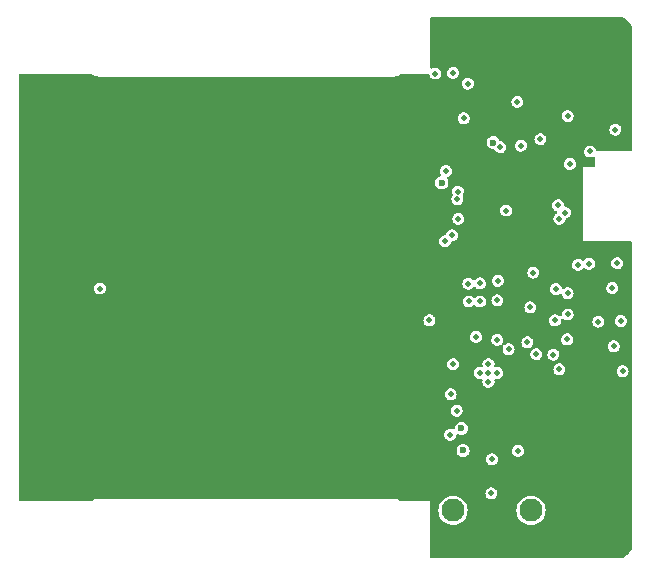
<source format=gbr>
%TF.GenerationSoftware,KiCad,Pcbnew,(6.0.0)*%
%TF.CreationDate,2022-02-22T11:37:22+00:00*%
%TF.ProjectId,Tracer,54726163-6572-42e6-9b69-6361645f7063,A*%
%TF.SameCoordinates,Original*%
%TF.FileFunction,Copper,L2,Inr*%
%TF.FilePolarity,Positive*%
%FSLAX46Y46*%
G04 Gerber Fmt 4.6, Leading zero omitted, Abs format (unit mm)*
G04 Created by KiCad (PCBNEW (6.0.0)) date 2022-02-22 11:37:22*
%MOMM*%
%LPD*%
G01*
G04 APERTURE LIST*
%TA.AperFunction,ComponentPad*%
%ADD10C,1.950000*%
%TD*%
%TA.AperFunction,ViaPad*%
%ADD11C,0.500000*%
%TD*%
%TA.AperFunction,ViaPad*%
%ADD12C,0.600000*%
%TD*%
G04 APERTURE END LIST*
D10*
%TO.N,unconnected-(J1-PadMH1)*%
%TO.C,J1*%
X165000000Y-115137500D03*
%TO.N,unconnected-(J1-PadMH2)*%
X171600000Y-115137500D03*
%TD*%
D11*
%TO.N,+BATT*%
X163000000Y-99050000D03*
X172050000Y-101900000D03*
X178750000Y-82900000D03*
%TO.N,GND*%
X171300000Y-100900000D03*
X165000000Y-102750000D03*
X177300000Y-99150000D03*
X170450000Y-80550000D03*
X170500000Y-110100000D03*
X168000000Y-104250000D03*
X165300000Y-106700000D03*
X168000000Y-103500000D03*
X168000000Y-102750000D03*
X174700000Y-98550000D03*
X167250000Y-103500000D03*
X179200000Y-99100000D03*
X169500000Y-89750000D03*
X171800000Y-95000000D03*
X163500000Y-78150000D03*
X135100000Y-96350000D03*
X174700000Y-81750000D03*
X171550000Y-97950000D03*
X164400000Y-86400000D03*
X174900000Y-85800000D03*
X168750000Y-103500000D03*
X179350000Y-103350000D03*
X174000000Y-103200000D03*
D12*
%TO.N,+3V3*%
X170850000Y-95000000D03*
X166150000Y-93200000D03*
X178194246Y-99053969D03*
X169250000Y-85700000D03*
X179250000Y-97640500D03*
X173500000Y-94100000D03*
X174900000Y-89250000D03*
X167324500Y-99200000D03*
X179157960Y-93193909D03*
X175550000Y-113000000D03*
X173500000Y-90950000D03*
D11*
%TO.N,RST*%
X173900000Y-89300000D03*
X172400000Y-83700000D03*
%TO.N,VBUS*%
X173629362Y-99041027D03*
X173500000Y-101950000D03*
X173700000Y-96400000D03*
D12*
%TO.N,VDDSDIO*%
X168400000Y-84000000D03*
X164050000Y-87400000D03*
D11*
%TO.N,Net-(D4-Pad1)*%
X178600000Y-101250000D03*
X174660523Y-100660523D03*
%TO.N,GPIO10*%
X165904439Y-81950000D03*
X165364637Y-88785363D03*
%TO.N,GPIO17*%
X165400731Y-88136864D03*
X166250000Y-79000000D03*
%TO.N,GPIO7*%
X165000000Y-78100000D03*
X165450000Y-90450000D03*
%TO.N,GPIO36*%
X178483736Y-96303248D03*
X174000000Y-90450000D03*
%TO.N,GPIO37*%
X175600000Y-94350000D03*
X174474511Y-89924511D03*
%TO.N,GPIO18*%
X164900000Y-91850000D03*
X176500000Y-94250000D03*
%TO.N,GPIO23*%
X178900000Y-94200000D03*
X164325500Y-92335444D03*
X174700000Y-96750500D03*
%TO.N,D+*%
X168300000Y-110800000D03*
%TO.N,D-*%
X164758236Y-108741764D03*
X168250000Y-113700000D03*
X164800000Y-105300000D03*
%TO.N,RTS*%
X176600000Y-84750000D03*
X170750000Y-84250000D03*
X167274500Y-95900000D03*
X169700000Y-101500000D03*
X167274500Y-97450000D03*
%TO.N,TXD*%
X168750000Y-97350000D03*
X168800000Y-95700000D03*
X168750000Y-100700000D03*
%TO.N,DTR*%
X168990170Y-84375500D03*
X166300000Y-95950000D03*
X166325500Y-97450000D03*
X166949119Y-100450881D03*
D12*
%TO.N,Net-(D1-Pad2)*%
X165700000Y-108200000D03*
X165850000Y-110050000D03*
%TD*%
%TA.AperFunction,Conductor*%
%TO.N,+3V3*%
G36*
X179390751Y-73369412D02*
G01*
X179470863Y-73413155D01*
X179485986Y-73422873D01*
X179699993Y-73583069D01*
X179713579Y-73594841D01*
X179902610Y-73783860D01*
X179914383Y-73797446D01*
X180074591Y-74011446D01*
X180084310Y-74026568D01*
X180130585Y-74111306D01*
X180146000Y-74171696D01*
X180146000Y-84574000D01*
X180125998Y-84642121D01*
X180072342Y-84688614D01*
X180020000Y-84700000D01*
X177209517Y-84700000D01*
X177141396Y-84679998D01*
X177094903Y-84626342D01*
X177090150Y-84613577D01*
X177089201Y-84606948D01*
X177029388Y-84475395D01*
X177023530Y-84468596D01*
X177023527Y-84468592D01*
X176940916Y-84372718D01*
X176940913Y-84372716D01*
X176935056Y-84365918D01*
X176813790Y-84287317D01*
X176788127Y-84279642D01*
X176683938Y-84248482D01*
X176683936Y-84248482D01*
X176675337Y-84245910D01*
X176666363Y-84245855D01*
X176666361Y-84245855D01*
X176603082Y-84245469D01*
X176530827Y-84245028D01*
X176522196Y-84247495D01*
X176522194Y-84247495D01*
X176400509Y-84282272D01*
X176400505Y-84282274D01*
X176391879Y-84284739D01*
X176269661Y-84361853D01*
X176263718Y-84368582D01*
X176263717Y-84368583D01*
X176224452Y-84413043D01*
X176173999Y-84470170D01*
X176170185Y-84478293D01*
X176170184Y-84478295D01*
X176141898Y-84538543D01*
X176112583Y-84600982D01*
X176111203Y-84609846D01*
X176111202Y-84609849D01*
X176095603Y-84710037D01*
X176090350Y-84743773D01*
X176091514Y-84752675D01*
X176091514Y-84752678D01*
X176107635Y-84875955D01*
X176109088Y-84887065D01*
X176167289Y-85019339D01*
X176260276Y-85129960D01*
X176267747Y-85134933D01*
X176267748Y-85134934D01*
X176373101Y-85205063D01*
X176373103Y-85205064D01*
X176380574Y-85210037D01*
X176389138Y-85212713D01*
X176389141Y-85212714D01*
X176449542Y-85231584D01*
X176518510Y-85253132D01*
X176662998Y-85255780D01*
X176682530Y-85250455D01*
X176793763Y-85220130D01*
X176793765Y-85220129D01*
X176802422Y-85217769D01*
X176858071Y-85183600D01*
X176926588Y-85165002D01*
X176994284Y-85186399D01*
X177039665Y-85240998D01*
X177050000Y-85290975D01*
X177050000Y-85974000D01*
X177029998Y-86042121D01*
X176976342Y-86088614D01*
X176924000Y-86100000D01*
X176000000Y-86100000D01*
X176000000Y-92300000D01*
X180020000Y-92300000D01*
X180088121Y-92320002D01*
X180134614Y-92373658D01*
X180146000Y-92426000D01*
X180146000Y-118332636D01*
X180130590Y-118393018D01*
X180086748Y-118473315D01*
X180077030Y-118488437D01*
X179916816Y-118702472D01*
X179905058Y-118716041D01*
X179810522Y-118810583D01*
X179716018Y-118905092D01*
X179702431Y-118916865D01*
X179488410Y-119077087D01*
X179473295Y-119086802D01*
X179393111Y-119130588D01*
X179332727Y-119146000D01*
X163176000Y-119146000D01*
X163107879Y-119125998D01*
X163061386Y-119072342D01*
X163050000Y-119020000D01*
X163050000Y-115137500D01*
X163765804Y-115137500D01*
X163784554Y-115351816D01*
X163840235Y-115559620D01*
X163842557Y-115564601D01*
X163842558Y-115564602D01*
X163928829Y-115749611D01*
X163928832Y-115749616D01*
X163931155Y-115754598D01*
X164054551Y-115930826D01*
X164206674Y-116082949D01*
X164211182Y-116086106D01*
X164211185Y-116086108D01*
X164378393Y-116203188D01*
X164382902Y-116206345D01*
X164387884Y-116208668D01*
X164387889Y-116208671D01*
X164572898Y-116294942D01*
X164577880Y-116297265D01*
X164583188Y-116298687D01*
X164583190Y-116298688D01*
X164647932Y-116316035D01*
X164785684Y-116352946D01*
X165000000Y-116371696D01*
X165214316Y-116352946D01*
X165352068Y-116316035D01*
X165416810Y-116298688D01*
X165416812Y-116298687D01*
X165422120Y-116297265D01*
X165427102Y-116294942D01*
X165612111Y-116208671D01*
X165612116Y-116208668D01*
X165617098Y-116206345D01*
X165621607Y-116203188D01*
X165788815Y-116086108D01*
X165788818Y-116086106D01*
X165793326Y-116082949D01*
X165945449Y-115930826D01*
X166068845Y-115754598D01*
X166071168Y-115749616D01*
X166071171Y-115749611D01*
X166157442Y-115564602D01*
X166157443Y-115564601D01*
X166159765Y-115559620D01*
X166215446Y-115351816D01*
X166234196Y-115137500D01*
X170365804Y-115137500D01*
X170384554Y-115351816D01*
X170440235Y-115559620D01*
X170442557Y-115564601D01*
X170442558Y-115564602D01*
X170528829Y-115749611D01*
X170528832Y-115749616D01*
X170531155Y-115754598D01*
X170654551Y-115930826D01*
X170806674Y-116082949D01*
X170811182Y-116086106D01*
X170811185Y-116086108D01*
X170978393Y-116203188D01*
X170982902Y-116206345D01*
X170987884Y-116208668D01*
X170987889Y-116208671D01*
X171172898Y-116294942D01*
X171177880Y-116297265D01*
X171183188Y-116298687D01*
X171183190Y-116298688D01*
X171247932Y-116316035D01*
X171385684Y-116352946D01*
X171600000Y-116371696D01*
X171814316Y-116352946D01*
X171952068Y-116316035D01*
X172016810Y-116298688D01*
X172016812Y-116298687D01*
X172022120Y-116297265D01*
X172027102Y-116294942D01*
X172212111Y-116208671D01*
X172212116Y-116208668D01*
X172217098Y-116206345D01*
X172221607Y-116203188D01*
X172388815Y-116086108D01*
X172388818Y-116086106D01*
X172393326Y-116082949D01*
X172545449Y-115930826D01*
X172668845Y-115754598D01*
X172671168Y-115749616D01*
X172671171Y-115749611D01*
X172757442Y-115564602D01*
X172757443Y-115564601D01*
X172759765Y-115559620D01*
X172815446Y-115351816D01*
X172834196Y-115137500D01*
X172815446Y-114923184D01*
X172759765Y-114715380D01*
X172757442Y-114710398D01*
X172671171Y-114525389D01*
X172671168Y-114525384D01*
X172668845Y-114520402D01*
X172562213Y-114368115D01*
X172548608Y-114348685D01*
X172548606Y-114348682D01*
X172545449Y-114344174D01*
X172393326Y-114192051D01*
X172388818Y-114188894D01*
X172388815Y-114188892D01*
X172221607Y-114071812D01*
X172221605Y-114071811D01*
X172217098Y-114068655D01*
X172212116Y-114066332D01*
X172212111Y-114066329D01*
X172027102Y-113980058D01*
X172027101Y-113980057D01*
X172022120Y-113977735D01*
X172016812Y-113976313D01*
X172016810Y-113976312D01*
X171952068Y-113958965D01*
X171814316Y-113922054D01*
X171600000Y-113903304D01*
X171385684Y-113922054D01*
X171247932Y-113958965D01*
X171183190Y-113976312D01*
X171183188Y-113976313D01*
X171177880Y-113977735D01*
X171172899Y-113980057D01*
X171172898Y-113980058D01*
X170987889Y-114066329D01*
X170987884Y-114066332D01*
X170982902Y-114068655D01*
X170978395Y-114071811D01*
X170978393Y-114071812D01*
X170811185Y-114188892D01*
X170811182Y-114188894D01*
X170806674Y-114192051D01*
X170654551Y-114344174D01*
X170651394Y-114348682D01*
X170651392Y-114348685D01*
X170637787Y-114368115D01*
X170531155Y-114520402D01*
X170528832Y-114525384D01*
X170528829Y-114525389D01*
X170442558Y-114710398D01*
X170440235Y-114715380D01*
X170384554Y-114923184D01*
X170365804Y-115137500D01*
X166234196Y-115137500D01*
X166215446Y-114923184D01*
X166159765Y-114715380D01*
X166157442Y-114710398D01*
X166071171Y-114525389D01*
X166071168Y-114525384D01*
X166068845Y-114520402D01*
X165962213Y-114368115D01*
X165948608Y-114348685D01*
X165948606Y-114348682D01*
X165945449Y-114344174D01*
X165793326Y-114192051D01*
X165788818Y-114188894D01*
X165788815Y-114188892D01*
X165621607Y-114071812D01*
X165621605Y-114071811D01*
X165617098Y-114068655D01*
X165612116Y-114066332D01*
X165612111Y-114066329D01*
X165427102Y-113980058D01*
X165427101Y-113980057D01*
X165422120Y-113977735D01*
X165416812Y-113976313D01*
X165416810Y-113976312D01*
X165352068Y-113958965D01*
X165214316Y-113922054D01*
X165000000Y-113903304D01*
X164785684Y-113922054D01*
X164647932Y-113958965D01*
X164583190Y-113976312D01*
X164583188Y-113976313D01*
X164577880Y-113977735D01*
X164572899Y-113980057D01*
X164572898Y-113980058D01*
X164387889Y-114066329D01*
X164387884Y-114066332D01*
X164382902Y-114068655D01*
X164378395Y-114071811D01*
X164378393Y-114071812D01*
X164211185Y-114188892D01*
X164211182Y-114188894D01*
X164206674Y-114192051D01*
X164054551Y-114344174D01*
X164051394Y-114348682D01*
X164051392Y-114348685D01*
X164037787Y-114368115D01*
X163931155Y-114520402D01*
X163928832Y-114525384D01*
X163928829Y-114525389D01*
X163842558Y-114710398D01*
X163840235Y-114715380D01*
X163784554Y-114923184D01*
X163765804Y-115137500D01*
X163050000Y-115137500D01*
X163050000Y-114350000D01*
X160514365Y-114350000D01*
X160446244Y-114329998D01*
X160430054Y-114317636D01*
X160400539Y-114291060D01*
X160400538Y-114291059D01*
X160395631Y-114286641D01*
X160258369Y-114207393D01*
X160246136Y-114203418D01*
X160201429Y-114188892D01*
X160107629Y-114158414D01*
X159958773Y-114142769D01*
X159950000Y-114141024D01*
X159937153Y-114143579D01*
X159912575Y-114146000D01*
X134987425Y-114146000D01*
X134962847Y-114143579D01*
X134950000Y-114141024D01*
X134941227Y-114142769D01*
X134792371Y-114158414D01*
X134698571Y-114188892D01*
X134653865Y-114203418D01*
X134641631Y-114207393D01*
X134504369Y-114286641D01*
X134499462Y-114291059D01*
X134499461Y-114291060D01*
X134469946Y-114317636D01*
X134405939Y-114348353D01*
X134385635Y-114350000D01*
X128380000Y-114350000D01*
X128311879Y-114329998D01*
X128265386Y-114276342D01*
X128254000Y-114224000D01*
X128254000Y-113693773D01*
X167740350Y-113693773D01*
X167741514Y-113702675D01*
X167741514Y-113702678D01*
X167757924Y-113828164D01*
X167759088Y-113837065D01*
X167817289Y-113969339D01*
X167910276Y-114079960D01*
X167917747Y-114084933D01*
X167917748Y-114084934D01*
X168023101Y-114155063D01*
X168023103Y-114155064D01*
X168030574Y-114160037D01*
X168039138Y-114162713D01*
X168039141Y-114162714D01*
X168099542Y-114181584D01*
X168168510Y-114203132D01*
X168312998Y-114205780D01*
X168363356Y-114192051D01*
X168443763Y-114170130D01*
X168443765Y-114170129D01*
X168452422Y-114167769D01*
X168575572Y-114092154D01*
X168672551Y-113985014D01*
X168735560Y-113854962D01*
X168759536Y-113712453D01*
X168759688Y-113700000D01*
X168739201Y-113556948D01*
X168679388Y-113425395D01*
X168673530Y-113418596D01*
X168673527Y-113418592D01*
X168590916Y-113322718D01*
X168590913Y-113322716D01*
X168585056Y-113315918D01*
X168463790Y-113237317D01*
X168446921Y-113232272D01*
X168333938Y-113198482D01*
X168333936Y-113198482D01*
X168325337Y-113195910D01*
X168316363Y-113195855D01*
X168316361Y-113195855D01*
X168253082Y-113195469D01*
X168180827Y-113195028D01*
X168172196Y-113197495D01*
X168172194Y-113197495D01*
X168050509Y-113232272D01*
X168050505Y-113232274D01*
X168041879Y-113234739D01*
X167919661Y-113311853D01*
X167823999Y-113420170D01*
X167762583Y-113550982D01*
X167740350Y-113693773D01*
X128254000Y-113693773D01*
X128254000Y-110793773D01*
X167790350Y-110793773D01*
X167791514Y-110802675D01*
X167791514Y-110802678D01*
X167807924Y-110928164D01*
X167809088Y-110937065D01*
X167867289Y-111069339D01*
X167960276Y-111179960D01*
X167967747Y-111184933D01*
X167967748Y-111184934D01*
X168073101Y-111255063D01*
X168073103Y-111255064D01*
X168080574Y-111260037D01*
X168089138Y-111262713D01*
X168089141Y-111262714D01*
X168149542Y-111281585D01*
X168218510Y-111303132D01*
X168362998Y-111305780D01*
X168382530Y-111300455D01*
X168493763Y-111270130D01*
X168493765Y-111270129D01*
X168502422Y-111267769D01*
X168625572Y-111192154D01*
X168722551Y-111085014D01*
X168785560Y-110954962D01*
X168809536Y-110812453D01*
X168809688Y-110800000D01*
X168789201Y-110656948D01*
X168729388Y-110525395D01*
X168723530Y-110518596D01*
X168723527Y-110518592D01*
X168640916Y-110422718D01*
X168640913Y-110422716D01*
X168635056Y-110415918D01*
X168513790Y-110337317D01*
X168488127Y-110329642D01*
X168383938Y-110298482D01*
X168383936Y-110298482D01*
X168375337Y-110295910D01*
X168366363Y-110295855D01*
X168366361Y-110295855D01*
X168303082Y-110295469D01*
X168230827Y-110295028D01*
X168222196Y-110297495D01*
X168222194Y-110297495D01*
X168100509Y-110332272D01*
X168100505Y-110332274D01*
X168091879Y-110334739D01*
X168084292Y-110339526D01*
X168084290Y-110339527D01*
X168012198Y-110385014D01*
X167969661Y-110411853D01*
X167963718Y-110418582D01*
X167963717Y-110418583D01*
X167909511Y-110479960D01*
X167873999Y-110520170D01*
X167870185Y-110528293D01*
X167870184Y-110528295D01*
X167841107Y-110590228D01*
X167812583Y-110650982D01*
X167790350Y-110793773D01*
X128254000Y-110793773D01*
X128254000Y-110050000D01*
X165290715Y-110050000D01*
X165291793Y-110058188D01*
X165297298Y-110100000D01*
X165309772Y-110194754D01*
X165312931Y-110202380D01*
X165351673Y-110295910D01*
X165365645Y-110329642D01*
X165454526Y-110445474D01*
X165461076Y-110450500D01*
X165461079Y-110450503D01*
X165563804Y-110529327D01*
X165570357Y-110534355D01*
X165705246Y-110590228D01*
X165850000Y-110609285D01*
X165858188Y-110608207D01*
X165895492Y-110603296D01*
X165994754Y-110590228D01*
X166129643Y-110534355D01*
X166136196Y-110529327D01*
X166238921Y-110450503D01*
X166238924Y-110450500D01*
X166245474Y-110445474D01*
X166334355Y-110329642D01*
X166348328Y-110295910D01*
X166387069Y-110202380D01*
X166390228Y-110194754D01*
X166402703Y-110100000D01*
X166403523Y-110093773D01*
X169990350Y-110093773D01*
X169991514Y-110102675D01*
X169991514Y-110102678D01*
X170003555Y-110194754D01*
X170009088Y-110237065D01*
X170067289Y-110369339D01*
X170160276Y-110479960D01*
X170167747Y-110484933D01*
X170167748Y-110484934D01*
X170273101Y-110555063D01*
X170273103Y-110555064D01*
X170280574Y-110560037D01*
X170289138Y-110562713D01*
X170289141Y-110562714D01*
X170349542Y-110581584D01*
X170418510Y-110603132D01*
X170562998Y-110605780D01*
X170582530Y-110600455D01*
X170693763Y-110570130D01*
X170693765Y-110570129D01*
X170702422Y-110567769D01*
X170825572Y-110492154D01*
X170922551Y-110385014D01*
X170985560Y-110254962D01*
X171009536Y-110112453D01*
X171009688Y-110100000D01*
X170989201Y-109956948D01*
X170929388Y-109825395D01*
X170923530Y-109818596D01*
X170923527Y-109818592D01*
X170840916Y-109722718D01*
X170840913Y-109722716D01*
X170835056Y-109715918D01*
X170750447Y-109661077D01*
X170721324Y-109642200D01*
X170721322Y-109642199D01*
X170713790Y-109637317D01*
X170696921Y-109632272D01*
X170583938Y-109598482D01*
X170583936Y-109598482D01*
X170575337Y-109595910D01*
X170566363Y-109595855D01*
X170566361Y-109595855D01*
X170503082Y-109595469D01*
X170430827Y-109595028D01*
X170422196Y-109597495D01*
X170422194Y-109597495D01*
X170300509Y-109632272D01*
X170300505Y-109632274D01*
X170291879Y-109634739D01*
X170284292Y-109639526D01*
X170284290Y-109639527D01*
X170177254Y-109707062D01*
X170169661Y-109711853D01*
X170163718Y-109718582D01*
X170163717Y-109718583D01*
X170092914Y-109798752D01*
X170073999Y-109820170D01*
X170012583Y-109950982D01*
X170011203Y-109959846D01*
X170011202Y-109959849D01*
X169995891Y-110058188D01*
X169990350Y-110093773D01*
X166403523Y-110093773D01*
X166408207Y-110058188D01*
X166409285Y-110050000D01*
X166390228Y-109905246D01*
X166354988Y-109820170D01*
X166337515Y-109777986D01*
X166337514Y-109777984D01*
X166334355Y-109770358D01*
X166245474Y-109654526D01*
X166238924Y-109649500D01*
X166238921Y-109649497D01*
X166136196Y-109570673D01*
X166136194Y-109570672D01*
X166129643Y-109565645D01*
X165994754Y-109509772D01*
X165850000Y-109490715D01*
X165841812Y-109491793D01*
X165713432Y-109508694D01*
X165713430Y-109508695D01*
X165705246Y-109509772D01*
X165657430Y-109529578D01*
X165577986Y-109562485D01*
X165577984Y-109562486D01*
X165570358Y-109565645D01*
X165531994Y-109595083D01*
X165470590Y-109642200D01*
X165454526Y-109654526D01*
X165365645Y-109770358D01*
X165362486Y-109777984D01*
X165362485Y-109777986D01*
X165345012Y-109820170D01*
X165309772Y-109905246D01*
X165290715Y-110050000D01*
X128254000Y-110050000D01*
X128254000Y-108735537D01*
X164248586Y-108735537D01*
X164249750Y-108744439D01*
X164249750Y-108744442D01*
X164266160Y-108869928D01*
X164267324Y-108878829D01*
X164325525Y-109011103D01*
X164418512Y-109121724D01*
X164425983Y-109126697D01*
X164425984Y-109126698D01*
X164531337Y-109196827D01*
X164531339Y-109196828D01*
X164538810Y-109201801D01*
X164547374Y-109204477D01*
X164547377Y-109204478D01*
X164607778Y-109223349D01*
X164676746Y-109244896D01*
X164821234Y-109247544D01*
X164840766Y-109242219D01*
X164951999Y-109211894D01*
X164952001Y-109211893D01*
X164960658Y-109209533D01*
X165083808Y-109133918D01*
X165180787Y-109026778D01*
X165243796Y-108896726D01*
X165245285Y-108887877D01*
X165245286Y-108887873D01*
X165262443Y-108785890D01*
X165293470Y-108722032D01*
X165354095Y-108685085D01*
X165425072Y-108686780D01*
X165434912Y-108690384D01*
X165555246Y-108740228D01*
X165700000Y-108759285D01*
X165708188Y-108758207D01*
X165836566Y-108741306D01*
X165844754Y-108740228D01*
X165979643Y-108684355D01*
X166087474Y-108601613D01*
X166088921Y-108600503D01*
X166088924Y-108600500D01*
X166095474Y-108595474D01*
X166184355Y-108479642D01*
X166188325Y-108470059D01*
X166237069Y-108352380D01*
X166240228Y-108344754D01*
X166248278Y-108283612D01*
X166258207Y-108208188D01*
X166259285Y-108200000D01*
X166240228Y-108055246D01*
X166184355Y-107920358D01*
X166095474Y-107804526D01*
X166088924Y-107799500D01*
X166088921Y-107799497D01*
X165986196Y-107720673D01*
X165986194Y-107720672D01*
X165979643Y-107715645D01*
X165844754Y-107659772D01*
X165700000Y-107640715D01*
X165691812Y-107641793D01*
X165563432Y-107658694D01*
X165563430Y-107658695D01*
X165555246Y-107659772D01*
X165507430Y-107679578D01*
X165427986Y-107712485D01*
X165427984Y-107712486D01*
X165420358Y-107715645D01*
X165304526Y-107804526D01*
X165215645Y-107920358D01*
X165159772Y-108055246D01*
X165158695Y-108063430D01*
X165158694Y-108063432D01*
X165143402Y-108179593D01*
X165114680Y-108244520D01*
X165055415Y-108283612D01*
X164984423Y-108284457D01*
X164974905Y-108280947D01*
X164972026Y-108279081D01*
X164933421Y-108267535D01*
X164842174Y-108240246D01*
X164842172Y-108240246D01*
X164833573Y-108237674D01*
X164824599Y-108237619D01*
X164824597Y-108237619D01*
X164761318Y-108237233D01*
X164689063Y-108236792D01*
X164680432Y-108239259D01*
X164680430Y-108239259D01*
X164558745Y-108274036D01*
X164558741Y-108274038D01*
X164550115Y-108276503D01*
X164542528Y-108281290D01*
X164542526Y-108281291D01*
X164454918Y-108336568D01*
X164427897Y-108353617D01*
X164332235Y-108461934D01*
X164270819Y-108592746D01*
X164269439Y-108601610D01*
X164269438Y-108601613D01*
X164250689Y-108722032D01*
X164248586Y-108735537D01*
X128254000Y-108735537D01*
X128254000Y-106693773D01*
X164790350Y-106693773D01*
X164791514Y-106702675D01*
X164791514Y-106702678D01*
X164807924Y-106828164D01*
X164809088Y-106837065D01*
X164867289Y-106969339D01*
X164960276Y-107079960D01*
X164967747Y-107084933D01*
X164967748Y-107084934D01*
X165073101Y-107155063D01*
X165073103Y-107155064D01*
X165080574Y-107160037D01*
X165089138Y-107162713D01*
X165089141Y-107162714D01*
X165149542Y-107181584D01*
X165218510Y-107203132D01*
X165362998Y-107205780D01*
X165382530Y-107200455D01*
X165493763Y-107170130D01*
X165493765Y-107170129D01*
X165502422Y-107167769D01*
X165625572Y-107092154D01*
X165722551Y-106985014D01*
X165785560Y-106854962D01*
X165809536Y-106712453D01*
X165809688Y-106700000D01*
X165789201Y-106556948D01*
X165729388Y-106425395D01*
X165723530Y-106418596D01*
X165723527Y-106418592D01*
X165640916Y-106322718D01*
X165640913Y-106322716D01*
X165635056Y-106315918D01*
X165513790Y-106237317D01*
X165496921Y-106232272D01*
X165383938Y-106198482D01*
X165383936Y-106198482D01*
X165375337Y-106195910D01*
X165366363Y-106195855D01*
X165366361Y-106195855D01*
X165303082Y-106195469D01*
X165230827Y-106195028D01*
X165222196Y-106197495D01*
X165222194Y-106197495D01*
X165100509Y-106232272D01*
X165100505Y-106232274D01*
X165091879Y-106234739D01*
X164969661Y-106311853D01*
X164873999Y-106420170D01*
X164812583Y-106550982D01*
X164790350Y-106693773D01*
X128254000Y-106693773D01*
X128254000Y-105293773D01*
X164290350Y-105293773D01*
X164291514Y-105302675D01*
X164291514Y-105302678D01*
X164307924Y-105428164D01*
X164309088Y-105437065D01*
X164367289Y-105569339D01*
X164460276Y-105679960D01*
X164467747Y-105684933D01*
X164467748Y-105684934D01*
X164573101Y-105755063D01*
X164573103Y-105755064D01*
X164580574Y-105760037D01*
X164589138Y-105762713D01*
X164589141Y-105762714D01*
X164649542Y-105781584D01*
X164718510Y-105803132D01*
X164862998Y-105805780D01*
X164882530Y-105800455D01*
X164993763Y-105770130D01*
X164993765Y-105770129D01*
X165002422Y-105767769D01*
X165125572Y-105692154D01*
X165222551Y-105585014D01*
X165285560Y-105454962D01*
X165309536Y-105312453D01*
X165309688Y-105300000D01*
X165289201Y-105156948D01*
X165229388Y-105025395D01*
X165223530Y-105018596D01*
X165223527Y-105018592D01*
X165140916Y-104922718D01*
X165140913Y-104922716D01*
X165135056Y-104915918D01*
X165013790Y-104837317D01*
X164996921Y-104832272D01*
X164883938Y-104798482D01*
X164883936Y-104798482D01*
X164875337Y-104795910D01*
X164866363Y-104795855D01*
X164866361Y-104795855D01*
X164803082Y-104795469D01*
X164730827Y-104795028D01*
X164722196Y-104797495D01*
X164722194Y-104797495D01*
X164600509Y-104832272D01*
X164600505Y-104832274D01*
X164591879Y-104834739D01*
X164469661Y-104911853D01*
X164373999Y-105020170D01*
X164312583Y-105150982D01*
X164290350Y-105293773D01*
X128254000Y-105293773D01*
X128254000Y-103493773D01*
X166740350Y-103493773D01*
X166741514Y-103502675D01*
X166741514Y-103502678D01*
X166750722Y-103573090D01*
X166759088Y-103637065D01*
X166817289Y-103769339D01*
X166823063Y-103776208D01*
X166889951Y-103855780D01*
X166910276Y-103879960D01*
X166917747Y-103884933D01*
X166917748Y-103884934D01*
X167023101Y-103955063D01*
X167023103Y-103955064D01*
X167030574Y-103960037D01*
X167039138Y-103962713D01*
X167039141Y-103962714D01*
X167079731Y-103975395D01*
X167168510Y-104003132D01*
X167312998Y-104005780D01*
X167349362Y-103995866D01*
X167420345Y-103997246D01*
X167479314Y-104036783D01*
X167507546Y-104101925D01*
X167507004Y-104136813D01*
X167490350Y-104243773D01*
X167491514Y-104252675D01*
X167491514Y-104252678D01*
X167507924Y-104378164D01*
X167509088Y-104387065D01*
X167567289Y-104519339D01*
X167660276Y-104629960D01*
X167667747Y-104634933D01*
X167667748Y-104634934D01*
X167773101Y-104705063D01*
X167773103Y-104705064D01*
X167780574Y-104710037D01*
X167789138Y-104712713D01*
X167789141Y-104712714D01*
X167849542Y-104731584D01*
X167918510Y-104753132D01*
X168062998Y-104755780D01*
X168082530Y-104750455D01*
X168193763Y-104720130D01*
X168193765Y-104720129D01*
X168202422Y-104717769D01*
X168325572Y-104642154D01*
X168422551Y-104535014D01*
X168485560Y-104404962D01*
X168509536Y-104262453D01*
X168509688Y-104250000D01*
X168493549Y-104137306D01*
X168503691Y-104067038D01*
X168550214Y-104013408D01*
X168618346Y-103993444D01*
X168655851Y-103999177D01*
X168668510Y-104003132D01*
X168812998Y-104005780D01*
X168844301Y-103997246D01*
X168943763Y-103970130D01*
X168943765Y-103970129D01*
X168952422Y-103967769D01*
X169075572Y-103892154D01*
X169172551Y-103785014D01*
X169235560Y-103654962D01*
X169259536Y-103512453D01*
X169259612Y-103506226D01*
X169259629Y-103504860D01*
X169259629Y-103504856D01*
X169259688Y-103500000D01*
X169239201Y-103356948D01*
X169179388Y-103225395D01*
X169173530Y-103218596D01*
X169173527Y-103218592D01*
X169152141Y-103193773D01*
X173490350Y-103193773D01*
X173491514Y-103202675D01*
X173491514Y-103202678D01*
X173507924Y-103328164D01*
X173509088Y-103337065D01*
X173567289Y-103469339D01*
X173660276Y-103579960D01*
X173667747Y-103584933D01*
X173667748Y-103584934D01*
X173773101Y-103655063D01*
X173773103Y-103655064D01*
X173780574Y-103660037D01*
X173789138Y-103662713D01*
X173789141Y-103662714D01*
X173849542Y-103681584D01*
X173918510Y-103703132D01*
X174062998Y-103705780D01*
X174082530Y-103700455D01*
X174193763Y-103670130D01*
X174193765Y-103670129D01*
X174202422Y-103667769D01*
X174325572Y-103592154D01*
X174422551Y-103485014D01*
X174485560Y-103354962D01*
X174487442Y-103343773D01*
X178840350Y-103343773D01*
X178841514Y-103352675D01*
X178841514Y-103352678D01*
X178855696Y-103461125D01*
X178859088Y-103487065D01*
X178917289Y-103619339D01*
X178923063Y-103626208D01*
X178989951Y-103705780D01*
X179010276Y-103729960D01*
X179017747Y-103734933D01*
X179017748Y-103734934D01*
X179123101Y-103805063D01*
X179123103Y-103805064D01*
X179130574Y-103810037D01*
X179139138Y-103812713D01*
X179139141Y-103812714D01*
X179199542Y-103831585D01*
X179268510Y-103853132D01*
X179412998Y-103855780D01*
X179479088Y-103837762D01*
X179543763Y-103820130D01*
X179543765Y-103820129D01*
X179552422Y-103817769D01*
X179675572Y-103742154D01*
X179772551Y-103635014D01*
X179835560Y-103504962D01*
X179859536Y-103362453D01*
X179859612Y-103356226D01*
X179859629Y-103354860D01*
X179859629Y-103354856D01*
X179859688Y-103350000D01*
X179849347Y-103277796D01*
X179840474Y-103215835D01*
X179840473Y-103215833D01*
X179839201Y-103206948D01*
X179779388Y-103075395D01*
X179773530Y-103068596D01*
X179773527Y-103068592D01*
X179690916Y-102972718D01*
X179690913Y-102972716D01*
X179685056Y-102965918D01*
X179577356Y-102896110D01*
X179571324Y-102892200D01*
X179571322Y-102892199D01*
X179563790Y-102887317D01*
X179488423Y-102864777D01*
X179433938Y-102848482D01*
X179433936Y-102848482D01*
X179425337Y-102845910D01*
X179416363Y-102845855D01*
X179416361Y-102845855D01*
X179353082Y-102845469D01*
X179280827Y-102845028D01*
X179272196Y-102847495D01*
X179272194Y-102847495D01*
X179150509Y-102882272D01*
X179150505Y-102882274D01*
X179141879Y-102884739D01*
X179134292Y-102889526D01*
X179134290Y-102889527D01*
X179088225Y-102918592D01*
X179019661Y-102961853D01*
X179013718Y-102968582D01*
X179013717Y-102968583D01*
X178968891Y-103019339D01*
X178923999Y-103070170D01*
X178862583Y-103200982D01*
X178861203Y-103209846D01*
X178861202Y-103209849D01*
X178854051Y-103255780D01*
X178840350Y-103343773D01*
X174487442Y-103343773D01*
X174509536Y-103212453D01*
X174509688Y-103200000D01*
X174496378Y-103107062D01*
X174490474Y-103065835D01*
X174490473Y-103065833D01*
X174489201Y-103056948D01*
X174429388Y-102925395D01*
X174423530Y-102918596D01*
X174423527Y-102918592D01*
X174340916Y-102822718D01*
X174340913Y-102822716D01*
X174335056Y-102815918D01*
X174245072Y-102757593D01*
X174221324Y-102742200D01*
X174221322Y-102742199D01*
X174213790Y-102737317D01*
X174196921Y-102732272D01*
X174083938Y-102698482D01*
X174083936Y-102698482D01*
X174075337Y-102695910D01*
X174066363Y-102695855D01*
X174066361Y-102695855D01*
X174003082Y-102695469D01*
X173930827Y-102695028D01*
X173922196Y-102697495D01*
X173922194Y-102697495D01*
X173800509Y-102732272D01*
X173800505Y-102732274D01*
X173791879Y-102734739D01*
X173784292Y-102739526D01*
X173784290Y-102739527D01*
X173747955Y-102762453D01*
X173669661Y-102811853D01*
X173663718Y-102818582D01*
X173663717Y-102818583D01*
X173639583Y-102845910D01*
X173573999Y-102920170D01*
X173570185Y-102928293D01*
X173570184Y-102928295D01*
X173556678Y-102957062D01*
X173512583Y-103050982D01*
X173511203Y-103059846D01*
X173511202Y-103059849D01*
X173495243Y-103162349D01*
X173490350Y-103193773D01*
X169152141Y-103193773D01*
X169090916Y-103122718D01*
X169090913Y-103122716D01*
X169085056Y-103115918D01*
X169004096Y-103063442D01*
X168971324Y-103042200D01*
X168971322Y-103042199D01*
X168963790Y-103037317D01*
X168876212Y-103011125D01*
X168833938Y-102998482D01*
X168833936Y-102998482D01*
X168825337Y-102995910D01*
X168816363Y-102995855D01*
X168816361Y-102995855D01*
X168753082Y-102995469D01*
X168680827Y-102995028D01*
X168651786Y-103003328D01*
X168580792Y-103002814D01*
X168521345Y-102964000D01*
X168492320Y-102899207D01*
X168492910Y-102861273D01*
X168499397Y-102822718D01*
X168509536Y-102762453D01*
X168509688Y-102750000D01*
X168489201Y-102606948D01*
X168429388Y-102475395D01*
X168423530Y-102468596D01*
X168423527Y-102468592D01*
X168340916Y-102372718D01*
X168340913Y-102372716D01*
X168335056Y-102365918D01*
X168213790Y-102287317D01*
X168166219Y-102273090D01*
X168083938Y-102248482D01*
X168083936Y-102248482D01*
X168075337Y-102245910D01*
X168066363Y-102245855D01*
X168066361Y-102245855D01*
X168003082Y-102245469D01*
X167930827Y-102245028D01*
X167922196Y-102247495D01*
X167922194Y-102247495D01*
X167800509Y-102282272D01*
X167800505Y-102282274D01*
X167791879Y-102284739D01*
X167784292Y-102289526D01*
X167784290Y-102289527D01*
X167780054Y-102292200D01*
X167669661Y-102361853D01*
X167573999Y-102470170D01*
X167512583Y-102600982D01*
X167511203Y-102609846D01*
X167511202Y-102609849D01*
X167491756Y-102734745D01*
X167490350Y-102743773D01*
X167491514Y-102752675D01*
X167491514Y-102752679D01*
X167506173Y-102864777D01*
X167495173Y-102934916D01*
X167447998Y-102987973D01*
X167379628Y-103007104D01*
X167345132Y-103001830D01*
X167333939Y-102998482D01*
X167333935Y-102998481D01*
X167325337Y-102995910D01*
X167316363Y-102995855D01*
X167316361Y-102995855D01*
X167253082Y-102995469D01*
X167180827Y-102995028D01*
X167172196Y-102997495D01*
X167172194Y-102997495D01*
X167050509Y-103032272D01*
X167050505Y-103032274D01*
X167041879Y-103034739D01*
X167034292Y-103039526D01*
X167034290Y-103039527D01*
X166992595Y-103065835D01*
X166919661Y-103111853D01*
X166913718Y-103118582D01*
X166913717Y-103118583D01*
X166855147Y-103184901D01*
X166823999Y-103220170D01*
X166820185Y-103228293D01*
X166820184Y-103228295D01*
X166807280Y-103255780D01*
X166762583Y-103350982D01*
X166740350Y-103493773D01*
X128254000Y-103493773D01*
X128254000Y-102743773D01*
X164490350Y-102743773D01*
X164491514Y-102752675D01*
X164491514Y-102752678D01*
X164505715Y-102861273D01*
X164509088Y-102887065D01*
X164567289Y-103019339D01*
X164573063Y-103026208D01*
X164650713Y-103118583D01*
X164660276Y-103129960D01*
X164667747Y-103134933D01*
X164667748Y-103134934D01*
X164773101Y-103205063D01*
X164773103Y-103205064D01*
X164780574Y-103210037D01*
X164789138Y-103212713D01*
X164789141Y-103212714D01*
X164829731Y-103225395D01*
X164918510Y-103253132D01*
X165062998Y-103255780D01*
X165144468Y-103233569D01*
X165193763Y-103220130D01*
X165193765Y-103220129D01*
X165202422Y-103217769D01*
X165325572Y-103142154D01*
X165422551Y-103035014D01*
X165471700Y-102933569D01*
X165481645Y-102913043D01*
X165481645Y-102913042D01*
X165485560Y-102904962D01*
X165509536Y-102762453D01*
X165509688Y-102750000D01*
X165489201Y-102606948D01*
X165429388Y-102475395D01*
X165423530Y-102468596D01*
X165423527Y-102468592D01*
X165340916Y-102372718D01*
X165340913Y-102372716D01*
X165335056Y-102365918D01*
X165213790Y-102287317D01*
X165166219Y-102273090D01*
X165083938Y-102248482D01*
X165083936Y-102248482D01*
X165075337Y-102245910D01*
X165066363Y-102245855D01*
X165066361Y-102245855D01*
X165003082Y-102245469D01*
X164930827Y-102245028D01*
X164922196Y-102247495D01*
X164922194Y-102247495D01*
X164800509Y-102282272D01*
X164800505Y-102282274D01*
X164791879Y-102284739D01*
X164784292Y-102289526D01*
X164784290Y-102289527D01*
X164780054Y-102292200D01*
X164669661Y-102361853D01*
X164573999Y-102470170D01*
X164512583Y-102600982D01*
X164511203Y-102609846D01*
X164511202Y-102609849D01*
X164491756Y-102734745D01*
X164490350Y-102743773D01*
X128254000Y-102743773D01*
X128254000Y-100444654D01*
X166439469Y-100444654D01*
X166440633Y-100453556D01*
X166440633Y-100453559D01*
X166449370Y-100520372D01*
X166458207Y-100587946D01*
X166516408Y-100720220D01*
X166522182Y-100727089D01*
X166554752Y-100765835D01*
X166609395Y-100830841D01*
X166616866Y-100835814D01*
X166616867Y-100835815D01*
X166722220Y-100905944D01*
X166722222Y-100905945D01*
X166729693Y-100910918D01*
X166738257Y-100913594D01*
X166738260Y-100913595D01*
X166790328Y-100929862D01*
X166867629Y-100954013D01*
X167012117Y-100956661D01*
X167082561Y-100937456D01*
X167142882Y-100921011D01*
X167142884Y-100921010D01*
X167151541Y-100918650D01*
X167274691Y-100843035D01*
X167371670Y-100735895D01*
X167392078Y-100693773D01*
X168240350Y-100693773D01*
X168241514Y-100702675D01*
X168241514Y-100702678D01*
X168253221Y-100792200D01*
X168259088Y-100837065D01*
X168317289Y-100969339D01*
X168323063Y-100976208D01*
X168402232Y-101070390D01*
X168410276Y-101079960D01*
X168417747Y-101084933D01*
X168417748Y-101084934D01*
X168523101Y-101155063D01*
X168523103Y-101155064D01*
X168530574Y-101160037D01*
X168539138Y-101162713D01*
X168539141Y-101162714D01*
X168599542Y-101181584D01*
X168668510Y-101203132D01*
X168812998Y-101205780D01*
X168832530Y-101200455D01*
X168943763Y-101170130D01*
X168943765Y-101170129D01*
X168952422Y-101167769D01*
X169075572Y-101092154D01*
X169076638Y-101093891D01*
X169131100Y-101070390D01*
X169201146Y-101081969D01*
X169253812Y-101129580D01*
X169272377Y-101198106D01*
X169260460Y-101249005D01*
X169216398Y-101342856D01*
X169212583Y-101350982D01*
X169211203Y-101359846D01*
X169211202Y-101359849D01*
X169191756Y-101484745D01*
X169190350Y-101493773D01*
X169191514Y-101502675D01*
X169191514Y-101502678D01*
X169207562Y-101625395D01*
X169209088Y-101637065D01*
X169267289Y-101769339D01*
X169360276Y-101879960D01*
X169367747Y-101884933D01*
X169367748Y-101884934D01*
X169473101Y-101955063D01*
X169473103Y-101955064D01*
X169480574Y-101960037D01*
X169489138Y-101962713D01*
X169489141Y-101962714D01*
X169549542Y-101981584D01*
X169618510Y-102003132D01*
X169762998Y-102005780D01*
X169782530Y-102000455D01*
X169893763Y-101970130D01*
X169893765Y-101970129D01*
X169902422Y-101967769D01*
X170022935Y-101893773D01*
X171540350Y-101893773D01*
X171541514Y-101902675D01*
X171541514Y-101902678D01*
X171554651Y-102003132D01*
X171559088Y-102037065D01*
X171617289Y-102169339D01*
X171623063Y-102176208D01*
X171665093Y-102226208D01*
X171710276Y-102279960D01*
X171717747Y-102284933D01*
X171717748Y-102284934D01*
X171823101Y-102355063D01*
X171823103Y-102355064D01*
X171830574Y-102360037D01*
X171839138Y-102362713D01*
X171839141Y-102362714D01*
X171899542Y-102381584D01*
X171968510Y-102403132D01*
X172112998Y-102405780D01*
X172132530Y-102400455D01*
X172243763Y-102370130D01*
X172243765Y-102370129D01*
X172252422Y-102367769D01*
X172375572Y-102292154D01*
X172472551Y-102185014D01*
X172507420Y-102113043D01*
X172531645Y-102063043D01*
X172531645Y-102063042D01*
X172535560Y-102054962D01*
X172554267Y-101943773D01*
X172990350Y-101943773D01*
X172991514Y-101952675D01*
X172991514Y-101952678D01*
X173003624Y-102045280D01*
X173009088Y-102087065D01*
X173067289Y-102219339D01*
X173073063Y-102226208D01*
X173122428Y-102284934D01*
X173160276Y-102329960D01*
X173167747Y-102334933D01*
X173167748Y-102334934D01*
X173273101Y-102405063D01*
X173273103Y-102405064D01*
X173280574Y-102410037D01*
X173289138Y-102412713D01*
X173289141Y-102412714D01*
X173349542Y-102431584D01*
X173418510Y-102453132D01*
X173562998Y-102455780D01*
X173582530Y-102450455D01*
X173693763Y-102420130D01*
X173693765Y-102420129D01*
X173702422Y-102417769D01*
X173825572Y-102342154D01*
X173922551Y-102235014D01*
X173985560Y-102104962D01*
X174009536Y-101962453D01*
X174009688Y-101950000D01*
X173989201Y-101806948D01*
X173929388Y-101675395D01*
X173923530Y-101668596D01*
X173923527Y-101668592D01*
X173840916Y-101572718D01*
X173840913Y-101572716D01*
X173835056Y-101565918D01*
X173745072Y-101507593D01*
X173721324Y-101492200D01*
X173721322Y-101492199D01*
X173713790Y-101487317D01*
X173660645Y-101471423D01*
X173583938Y-101448482D01*
X173583936Y-101448482D01*
X173575337Y-101445910D01*
X173566363Y-101445855D01*
X173566361Y-101445855D01*
X173503082Y-101445469D01*
X173430827Y-101445028D01*
X173422196Y-101447495D01*
X173422194Y-101447495D01*
X173300509Y-101482272D01*
X173300505Y-101482274D01*
X173291879Y-101484739D01*
X173284292Y-101489526D01*
X173284290Y-101489527D01*
X173212198Y-101535014D01*
X173169661Y-101561853D01*
X173163718Y-101568582D01*
X173163717Y-101568583D01*
X173113543Y-101625395D01*
X173073999Y-101670170D01*
X173070185Y-101678293D01*
X173070184Y-101678295D01*
X173054025Y-101712714D01*
X173012583Y-101800982D01*
X173011203Y-101809846D01*
X173011202Y-101809849D01*
X172995227Y-101912453D01*
X172990350Y-101943773D01*
X172554267Y-101943773D01*
X172559536Y-101912453D01*
X172559688Y-101900000D01*
X172545507Y-101800982D01*
X172540474Y-101765835D01*
X172540473Y-101765833D01*
X172539201Y-101756948D01*
X172479388Y-101625395D01*
X172473530Y-101618596D01*
X172473527Y-101618592D01*
X172390916Y-101522718D01*
X172390913Y-101522716D01*
X172385056Y-101515918D01*
X172286426Y-101451989D01*
X172271324Y-101442200D01*
X172271322Y-101442199D01*
X172263790Y-101437317D01*
X172182625Y-101413043D01*
X172133938Y-101398482D01*
X172133936Y-101398482D01*
X172125337Y-101395910D01*
X172116363Y-101395855D01*
X172116361Y-101395855D01*
X172053082Y-101395469D01*
X171980827Y-101395028D01*
X171972196Y-101397495D01*
X171972194Y-101397495D01*
X171850509Y-101432272D01*
X171850505Y-101432274D01*
X171841879Y-101434739D01*
X171834288Y-101439528D01*
X171834287Y-101439529D01*
X171814538Y-101451989D01*
X171746253Y-101471423D01*
X171725646Y-101465185D01*
X171726812Y-101474673D01*
X171696930Y-101537591D01*
X171623999Y-101620170D01*
X171620185Y-101628293D01*
X171620184Y-101628295D01*
X171612210Y-101645280D01*
X171562583Y-101750982D01*
X171561203Y-101759846D01*
X171561202Y-101759849D01*
X171542501Y-101879960D01*
X171540350Y-101893773D01*
X170022935Y-101893773D01*
X170025572Y-101892154D01*
X170122551Y-101785014D01*
X170171700Y-101683569D01*
X170181645Y-101663043D01*
X170181645Y-101663042D01*
X170185560Y-101654962D01*
X170209536Y-101512453D01*
X170209688Y-101500000D01*
X170197235Y-101413043D01*
X170190474Y-101365835D01*
X170190473Y-101365833D01*
X170189201Y-101356948D01*
X170129388Y-101225395D01*
X170123530Y-101218596D01*
X170123527Y-101218592D01*
X170040916Y-101122718D01*
X170040913Y-101122716D01*
X170035056Y-101115918D01*
X169953480Y-101063043D01*
X169921324Y-101042200D01*
X169921322Y-101042199D01*
X169913790Y-101037317D01*
X169883185Y-101028164D01*
X169783938Y-100998482D01*
X169783936Y-100998482D01*
X169775337Y-100995910D01*
X169766363Y-100995855D01*
X169766361Y-100995855D01*
X169703082Y-100995469D01*
X169630827Y-100995028D01*
X169622196Y-100997495D01*
X169622194Y-100997495D01*
X169500509Y-101032272D01*
X169500505Y-101032274D01*
X169491879Y-101034739D01*
X169484288Y-101039528D01*
X169484287Y-101039529D01*
X169370108Y-101111570D01*
X169301823Y-101131004D01*
X169233872Y-101110435D01*
X169187827Y-101056394D01*
X169178309Y-100986038D01*
X169189481Y-100950070D01*
X169216757Y-100893773D01*
X170790350Y-100893773D01*
X170791514Y-100902675D01*
X170791514Y-100902678D01*
X170807924Y-101028164D01*
X170809088Y-101037065D01*
X170867289Y-101169339D01*
X170873063Y-101176208D01*
X170949590Y-101267247D01*
X170960276Y-101279960D01*
X170967747Y-101284933D01*
X170967748Y-101284934D01*
X171073101Y-101355063D01*
X171073103Y-101355064D01*
X171080574Y-101360037D01*
X171089138Y-101362713D01*
X171089141Y-101362714D01*
X171138594Y-101378164D01*
X171218510Y-101403132D01*
X171362998Y-101405780D01*
X171389767Y-101398482D01*
X171493763Y-101370130D01*
X171493765Y-101370129D01*
X171502422Y-101367769D01*
X171536560Y-101346808D01*
X171605077Y-101328210D01*
X171623776Y-101334120D01*
X171622739Y-101326456D01*
X171653888Y-101260871D01*
X171668087Y-101245184D01*
X171669364Y-101243773D01*
X178090350Y-101243773D01*
X178091514Y-101252675D01*
X178091514Y-101252678D01*
X178104903Y-101355063D01*
X178109088Y-101387065D01*
X178167289Y-101519339D01*
X178173063Y-101526208D01*
X178252047Y-101620170D01*
X178260276Y-101629960D01*
X178267747Y-101634933D01*
X178267748Y-101634934D01*
X178373101Y-101705063D01*
X178373103Y-101705064D01*
X178380574Y-101710037D01*
X178389138Y-101712713D01*
X178389141Y-101712714D01*
X178449542Y-101731584D01*
X178518510Y-101753132D01*
X178662998Y-101755780D01*
X178688685Y-101748777D01*
X178793763Y-101720130D01*
X178793765Y-101720129D01*
X178802422Y-101717769D01*
X178925572Y-101642154D01*
X179022551Y-101535014D01*
X179069884Y-101437317D01*
X179081645Y-101413043D01*
X179081645Y-101413042D01*
X179085560Y-101404962D01*
X179109536Y-101262453D01*
X179109688Y-101250000D01*
X179097239Y-101163073D01*
X179090474Y-101115835D01*
X179090473Y-101115833D01*
X179089201Y-101106948D01*
X179029388Y-100975395D01*
X179023530Y-100968596D01*
X179023527Y-100968592D01*
X178940916Y-100872718D01*
X178940913Y-100872716D01*
X178935056Y-100865918D01*
X178843591Y-100806633D01*
X178821324Y-100792200D01*
X178821322Y-100792199D01*
X178813790Y-100787317D01*
X178796921Y-100782272D01*
X178683938Y-100748482D01*
X178683936Y-100748482D01*
X178675337Y-100745910D01*
X178666363Y-100745855D01*
X178666361Y-100745855D01*
X178603082Y-100745469D01*
X178530827Y-100745028D01*
X178522196Y-100747495D01*
X178522194Y-100747495D01*
X178400509Y-100782272D01*
X178400505Y-100782274D01*
X178391879Y-100784739D01*
X178384292Y-100789526D01*
X178384290Y-100789527D01*
X178277254Y-100857062D01*
X178269661Y-100861853D01*
X178263718Y-100868582D01*
X178263717Y-100868583D01*
X178230721Y-100905944D01*
X178173999Y-100970170D01*
X178170185Y-100978293D01*
X178170184Y-100978295D01*
X178146771Y-101028164D01*
X178112583Y-101100982D01*
X178111203Y-101109846D01*
X178111202Y-101109849D01*
X178091939Y-101233569D01*
X178090350Y-101243773D01*
X171669364Y-101243773D01*
X171722551Y-101185014D01*
X171785560Y-101054962D01*
X171809536Y-100912453D01*
X171809612Y-100906226D01*
X171809629Y-100904860D01*
X171809629Y-100904856D01*
X171809688Y-100900000D01*
X171793867Y-100789527D01*
X171790474Y-100765835D01*
X171790473Y-100765833D01*
X171789201Y-100756948D01*
X171742528Y-100654296D01*
X174150873Y-100654296D01*
X174152037Y-100663198D01*
X174152037Y-100663201D01*
X174168268Y-100787317D01*
X174169611Y-100797588D01*
X174227812Y-100929862D01*
X174233586Y-100936731D01*
X174261695Y-100970170D01*
X174320799Y-101040483D01*
X174328270Y-101045456D01*
X174328271Y-101045457D01*
X174433624Y-101115586D01*
X174433626Y-101115587D01*
X174441097Y-101120560D01*
X174449661Y-101123236D01*
X174449664Y-101123237D01*
X174510065Y-101142108D01*
X174579033Y-101163655D01*
X174723521Y-101166303D01*
X174735369Y-101163073D01*
X174854286Y-101130653D01*
X174854288Y-101130652D01*
X174862945Y-101128292D01*
X174986095Y-101052677D01*
X174992791Y-101045280D01*
X175061529Y-100969339D01*
X175083074Y-100945537D01*
X175123618Y-100861853D01*
X175142168Y-100823566D01*
X175142168Y-100823565D01*
X175146083Y-100815485D01*
X175170059Y-100672976D01*
X175170211Y-100660523D01*
X175154523Y-100550982D01*
X175150997Y-100526358D01*
X175150996Y-100526356D01*
X175149724Y-100517471D01*
X175089911Y-100385918D01*
X175084053Y-100379119D01*
X175084050Y-100379115D01*
X175001439Y-100283241D01*
X175001436Y-100283239D01*
X174995579Y-100276441D01*
X174874313Y-100197840D01*
X174865094Y-100195083D01*
X174744461Y-100159005D01*
X174744459Y-100159005D01*
X174735860Y-100156433D01*
X174726886Y-100156378D01*
X174726884Y-100156378D01*
X174663605Y-100155992D01*
X174591350Y-100155551D01*
X174582719Y-100158018D01*
X174582717Y-100158018D01*
X174461032Y-100192795D01*
X174461028Y-100192797D01*
X174452402Y-100195262D01*
X174444815Y-100200049D01*
X174444813Y-100200050D01*
X174389835Y-100234739D01*
X174330184Y-100272376D01*
X174324241Y-100279105D01*
X174324240Y-100279106D01*
X174253437Y-100359275D01*
X174234522Y-100380693D01*
X174230708Y-100388816D01*
X174230707Y-100388818D01*
X174205645Y-100442200D01*
X174173106Y-100511505D01*
X174171726Y-100520369D01*
X174171725Y-100520372D01*
X174156187Y-100620170D01*
X174150873Y-100654296D01*
X171742528Y-100654296D01*
X171729388Y-100625395D01*
X171723530Y-100618596D01*
X171723527Y-100618592D01*
X171640916Y-100522718D01*
X171640913Y-100522716D01*
X171635056Y-100515918D01*
X171542215Y-100455741D01*
X171521324Y-100442200D01*
X171521322Y-100442199D01*
X171513790Y-100437317D01*
X171483623Y-100428295D01*
X171383938Y-100398482D01*
X171383936Y-100398482D01*
X171375337Y-100395910D01*
X171366363Y-100395855D01*
X171366361Y-100395855D01*
X171303082Y-100395469D01*
X171230827Y-100395028D01*
X171222196Y-100397495D01*
X171222194Y-100397495D01*
X171100509Y-100432272D01*
X171100505Y-100432274D01*
X171091879Y-100434739D01*
X171084292Y-100439526D01*
X171084290Y-100439527D01*
X170977254Y-100507062D01*
X170969661Y-100511853D01*
X170963718Y-100518582D01*
X170963717Y-100518583D01*
X170921986Y-100565835D01*
X170873999Y-100620170D01*
X170870185Y-100628293D01*
X170870184Y-100628295D01*
X170851488Y-100668116D01*
X170812583Y-100750982D01*
X170811203Y-100759846D01*
X170811202Y-100759849D01*
X170795135Y-100863043D01*
X170790350Y-100893773D01*
X169216757Y-100893773D01*
X169231645Y-100863043D01*
X169231645Y-100863042D01*
X169235560Y-100854962D01*
X169259536Y-100712453D01*
X169259688Y-100700000D01*
X169247292Y-100613442D01*
X169240474Y-100565835D01*
X169240473Y-100565833D01*
X169239201Y-100556948D01*
X169179388Y-100425395D01*
X169173530Y-100418596D01*
X169173527Y-100418592D01*
X169090916Y-100322718D01*
X169090913Y-100322716D01*
X169085056Y-100315918D01*
X168963790Y-100237317D01*
X168946921Y-100232272D01*
X168833938Y-100198482D01*
X168833936Y-100198482D01*
X168825337Y-100195910D01*
X168816363Y-100195855D01*
X168816361Y-100195855D01*
X168753082Y-100195469D01*
X168680827Y-100195028D01*
X168672196Y-100197495D01*
X168672194Y-100197495D01*
X168550509Y-100232272D01*
X168550505Y-100232274D01*
X168541879Y-100234739D01*
X168534292Y-100239526D01*
X168534290Y-100239527D01*
X168465008Y-100283241D01*
X168419661Y-100311853D01*
X168323999Y-100420170D01*
X168320185Y-100428293D01*
X168320184Y-100428295D01*
X168301483Y-100468128D01*
X168262583Y-100550982D01*
X168261203Y-100559846D01*
X168261202Y-100559849D01*
X168242842Y-100677770D01*
X168240350Y-100693773D01*
X167392078Y-100693773D01*
X167434679Y-100605843D01*
X167458655Y-100463334D01*
X167458807Y-100450881D01*
X167447792Y-100373965D01*
X167439593Y-100316716D01*
X167439592Y-100316714D01*
X167438320Y-100307829D01*
X167378507Y-100176276D01*
X167372649Y-100169477D01*
X167372646Y-100169473D01*
X167290035Y-100073599D01*
X167290032Y-100073597D01*
X167284175Y-100066799D01*
X167162909Y-99988198D01*
X167146040Y-99983153D01*
X167033057Y-99949363D01*
X167033055Y-99949363D01*
X167024456Y-99946791D01*
X167015482Y-99946736D01*
X167015480Y-99946736D01*
X166952201Y-99946350D01*
X166879946Y-99945909D01*
X166871315Y-99948376D01*
X166871313Y-99948376D01*
X166749628Y-99983153D01*
X166749624Y-99983155D01*
X166740998Y-99985620D01*
X166618780Y-100062734D01*
X166523118Y-100171051D01*
X166519304Y-100179174D01*
X166519303Y-100179176D01*
X166510239Y-100198482D01*
X166461702Y-100301863D01*
X166460322Y-100310727D01*
X166460321Y-100310730D01*
X166441012Y-100434745D01*
X166439469Y-100444654D01*
X128254000Y-100444654D01*
X128254000Y-99043773D01*
X162490350Y-99043773D01*
X162491514Y-99052675D01*
X162491514Y-99052678D01*
X162506496Y-99167247D01*
X162509088Y-99187065D01*
X162567289Y-99319339D01*
X162573063Y-99326208D01*
X162646959Y-99414117D01*
X162660276Y-99429960D01*
X162667747Y-99434933D01*
X162667748Y-99434934D01*
X162773101Y-99505063D01*
X162773103Y-99505064D01*
X162780574Y-99510037D01*
X162789138Y-99512713D01*
X162789141Y-99512714D01*
X162822353Y-99523090D01*
X162918510Y-99553132D01*
X163062998Y-99555780D01*
X163082530Y-99550455D01*
X163193763Y-99520130D01*
X163193765Y-99520129D01*
X163202422Y-99517769D01*
X163325572Y-99442154D01*
X163422551Y-99335014D01*
X163457420Y-99263043D01*
X163481645Y-99213043D01*
X163481645Y-99213042D01*
X163485560Y-99204962D01*
X163509536Y-99062453D01*
X163509612Y-99056226D01*
X163509629Y-99054860D01*
X163509629Y-99054856D01*
X163509688Y-99050000D01*
X163507511Y-99034800D01*
X173119712Y-99034800D01*
X173120876Y-99043702D01*
X173120876Y-99043705D01*
X173130493Y-99117247D01*
X173138450Y-99178092D01*
X173196651Y-99310366D01*
X173202425Y-99317235D01*
X173239319Y-99361125D01*
X173289638Y-99420987D01*
X173297109Y-99425960D01*
X173297110Y-99425961D01*
X173402463Y-99496090D01*
X173402465Y-99496091D01*
X173409936Y-99501064D01*
X173418500Y-99503740D01*
X173418503Y-99503741D01*
X173463404Y-99517769D01*
X173547872Y-99544159D01*
X173692360Y-99546807D01*
X173733834Y-99535500D01*
X173823125Y-99511157D01*
X173823127Y-99511156D01*
X173831784Y-99508796D01*
X173954934Y-99433181D01*
X174051913Y-99326041D01*
X174099334Y-99228164D01*
X174111007Y-99204070D01*
X174111007Y-99204069D01*
X174114922Y-99195989D01*
X174123707Y-99143773D01*
X176790350Y-99143773D01*
X176791514Y-99152675D01*
X176791514Y-99152678D01*
X176803624Y-99245280D01*
X176809088Y-99287065D01*
X176867289Y-99419339D01*
X176873063Y-99426208D01*
X176938237Y-99503741D01*
X176960276Y-99529960D01*
X176967747Y-99534933D01*
X176967748Y-99534934D01*
X177073101Y-99605063D01*
X177073103Y-99605064D01*
X177080574Y-99610037D01*
X177089138Y-99612713D01*
X177089141Y-99612714D01*
X177149542Y-99631584D01*
X177218510Y-99653132D01*
X177362998Y-99655780D01*
X177382530Y-99650455D01*
X177493763Y-99620130D01*
X177493765Y-99620129D01*
X177502422Y-99617769D01*
X177625572Y-99542154D01*
X177722551Y-99435014D01*
X177775267Y-99326208D01*
X177781645Y-99313043D01*
X177781645Y-99313042D01*
X177785560Y-99304962D01*
X177809536Y-99162453D01*
X177809688Y-99150000D01*
X177801635Y-99093773D01*
X178690350Y-99093773D01*
X178691514Y-99102675D01*
X178691514Y-99102678D01*
X178703732Y-99196110D01*
X178709088Y-99237065D01*
X178767289Y-99369339D01*
X178773063Y-99376208D01*
X178822428Y-99434934D01*
X178860276Y-99479960D01*
X178867747Y-99484933D01*
X178867748Y-99484934D01*
X178973101Y-99555063D01*
X178973103Y-99555064D01*
X178980574Y-99560037D01*
X178989138Y-99562713D01*
X178989141Y-99562714D01*
X179049542Y-99581585D01*
X179118510Y-99603132D01*
X179262998Y-99605780D01*
X179282530Y-99600455D01*
X179393763Y-99570130D01*
X179393765Y-99570129D01*
X179402422Y-99567769D01*
X179525572Y-99492154D01*
X179622551Y-99385014D01*
X179658717Y-99310366D01*
X179681645Y-99263043D01*
X179681645Y-99263042D01*
X179685560Y-99254962D01*
X179709536Y-99112453D01*
X179709688Y-99100000D01*
X179697239Y-99013073D01*
X179690474Y-98965835D01*
X179690473Y-98965833D01*
X179689201Y-98956948D01*
X179629388Y-98825395D01*
X179623530Y-98818596D01*
X179623527Y-98818592D01*
X179540916Y-98722718D01*
X179540913Y-98722716D01*
X179535056Y-98715918D01*
X179436539Y-98652062D01*
X179421324Y-98642200D01*
X179421322Y-98642199D01*
X179413790Y-98637317D01*
X179396921Y-98632272D01*
X179283938Y-98598482D01*
X179283936Y-98598482D01*
X179275337Y-98595910D01*
X179266363Y-98595855D01*
X179266361Y-98595855D01*
X179203082Y-98595469D01*
X179130827Y-98595028D01*
X179122196Y-98597495D01*
X179122194Y-98597495D01*
X179000509Y-98632272D01*
X179000505Y-98632274D01*
X178991879Y-98634739D01*
X178984292Y-98639526D01*
X178984290Y-98639527D01*
X178877254Y-98707062D01*
X178869661Y-98711853D01*
X178863718Y-98718582D01*
X178863717Y-98718583D01*
X178821467Y-98766422D01*
X178773999Y-98820170D01*
X178770185Y-98828293D01*
X178770184Y-98828295D01*
X178763905Y-98841670D01*
X178712583Y-98950982D01*
X178711203Y-98959846D01*
X178711202Y-98959849D01*
X178695227Y-99062453D01*
X178690350Y-99093773D01*
X177801635Y-99093773D01*
X177796454Y-99057593D01*
X177790474Y-99015835D01*
X177790473Y-99015833D01*
X177789201Y-99006948D01*
X177729388Y-98875395D01*
X177723530Y-98868596D01*
X177723527Y-98868592D01*
X177640916Y-98772718D01*
X177640913Y-98772716D01*
X177635056Y-98765918D01*
X177513790Y-98687317D01*
X177496921Y-98682272D01*
X177383938Y-98648482D01*
X177383936Y-98648482D01*
X177375337Y-98645910D01*
X177366363Y-98645855D01*
X177366361Y-98645855D01*
X177303082Y-98645469D01*
X177230827Y-98645028D01*
X177222196Y-98647495D01*
X177222194Y-98647495D01*
X177100509Y-98682272D01*
X177100505Y-98682274D01*
X177091879Y-98684739D01*
X177084292Y-98689526D01*
X177084290Y-98689527D01*
X177031686Y-98722718D01*
X176969661Y-98761853D01*
X176963718Y-98768582D01*
X176963717Y-98768583D01*
X176960065Y-98772718D01*
X176873999Y-98870170D01*
X176870185Y-98878293D01*
X176870184Y-98878295D01*
X176856732Y-98906948D01*
X176812583Y-99000982D01*
X176811203Y-99009846D01*
X176811202Y-99009849D01*
X176795227Y-99112453D01*
X176790350Y-99143773D01*
X174123707Y-99143773D01*
X174138898Y-99053480D01*
X174139050Y-99041027D01*
X174136946Y-99026336D01*
X174147091Y-98956068D01*
X174193615Y-98902440D01*
X174261747Y-98882477D01*
X174329856Y-98902518D01*
X174347199Y-98917785D01*
X174347807Y-98917105D01*
X174354502Y-98923091D01*
X174360276Y-98929960D01*
X174367747Y-98934933D01*
X174367748Y-98934934D01*
X174473101Y-99005063D01*
X174473103Y-99005064D01*
X174480574Y-99010037D01*
X174489138Y-99012713D01*
X174489141Y-99012714D01*
X174531437Y-99025928D01*
X174618510Y-99053132D01*
X174762998Y-99055780D01*
X174789261Y-99048620D01*
X174893763Y-99020130D01*
X174893765Y-99020129D01*
X174902422Y-99017769D01*
X175025572Y-98942154D01*
X175122551Y-98835014D01*
X175161574Y-98754469D01*
X175181645Y-98713043D01*
X175181645Y-98713042D01*
X175185560Y-98704962D01*
X175209536Y-98562453D01*
X175209688Y-98550000D01*
X175199347Y-98477796D01*
X175190474Y-98415835D01*
X175190473Y-98415833D01*
X175189201Y-98406948D01*
X175129388Y-98275395D01*
X175123530Y-98268596D01*
X175123527Y-98268592D01*
X175040916Y-98172718D01*
X175040913Y-98172716D01*
X175035056Y-98165918D01*
X174927356Y-98096110D01*
X174921324Y-98092200D01*
X174921322Y-98092199D01*
X174913790Y-98087317D01*
X174883185Y-98078164D01*
X174783938Y-98048482D01*
X174783936Y-98048482D01*
X174775337Y-98045910D01*
X174766363Y-98045855D01*
X174766361Y-98045855D01*
X174703082Y-98045469D01*
X174630827Y-98045028D01*
X174622196Y-98047495D01*
X174622194Y-98047495D01*
X174500509Y-98082272D01*
X174500505Y-98082274D01*
X174491879Y-98084739D01*
X174484292Y-98089526D01*
X174484290Y-98089527D01*
X174447020Y-98113043D01*
X174369661Y-98161853D01*
X174363718Y-98168582D01*
X174363717Y-98168583D01*
X174318891Y-98219339D01*
X174273999Y-98270170D01*
X174212583Y-98400982D01*
X174211203Y-98409846D01*
X174211202Y-98409849D01*
X174204051Y-98455780D01*
X174190350Y-98543773D01*
X174192793Y-98562453D01*
X174193591Y-98568555D01*
X174182589Y-98638694D01*
X174135414Y-98691751D01*
X174067043Y-98710881D01*
X173999184Y-98690009D01*
X173973198Y-98667135D01*
X173972150Y-98665918D01*
X173964418Y-98656945D01*
X173874221Y-98598482D01*
X173850686Y-98583227D01*
X173850684Y-98583226D01*
X173843152Y-98578344D01*
X173826283Y-98573299D01*
X173713300Y-98539509D01*
X173713298Y-98539509D01*
X173704699Y-98536937D01*
X173695725Y-98536882D01*
X173695723Y-98536882D01*
X173632444Y-98536496D01*
X173560189Y-98536055D01*
X173551558Y-98538522D01*
X173551556Y-98538522D01*
X173429871Y-98573299D01*
X173429867Y-98573301D01*
X173421241Y-98575766D01*
X173413654Y-98580553D01*
X173413652Y-98580554D01*
X173306616Y-98648089D01*
X173299023Y-98652880D01*
X173293080Y-98659609D01*
X173293079Y-98659610D01*
X173266232Y-98690009D01*
X173203361Y-98761197D01*
X173199547Y-98769320D01*
X173199546Y-98769322D01*
X173192857Y-98783569D01*
X173141945Y-98892009D01*
X173140565Y-98900873D01*
X173140564Y-98900876D01*
X173122364Y-99017769D01*
X173119712Y-99034800D01*
X163507511Y-99034800D01*
X163495507Y-98950982D01*
X163490474Y-98915835D01*
X163490473Y-98915833D01*
X163489201Y-98906948D01*
X163429388Y-98775395D01*
X163423530Y-98768596D01*
X163423527Y-98768592D01*
X163340916Y-98672718D01*
X163340913Y-98672716D01*
X163335056Y-98665918D01*
X163274423Y-98626617D01*
X163221324Y-98592200D01*
X163221322Y-98592199D01*
X163213790Y-98587317D01*
X163196921Y-98582272D01*
X163083938Y-98548482D01*
X163083936Y-98548482D01*
X163075337Y-98545910D01*
X163066363Y-98545855D01*
X163066361Y-98545855D01*
X163003082Y-98545469D01*
X162930827Y-98545028D01*
X162922196Y-98547495D01*
X162922194Y-98547495D01*
X162800509Y-98582272D01*
X162800505Y-98582274D01*
X162791879Y-98584739D01*
X162784292Y-98589526D01*
X162784290Y-98589527D01*
X162677254Y-98657062D01*
X162669661Y-98661853D01*
X162663718Y-98668582D01*
X162663717Y-98668583D01*
X162619559Y-98718583D01*
X162573999Y-98770170D01*
X162512583Y-98900982D01*
X162511203Y-98909846D01*
X162511202Y-98909849D01*
X162493065Y-99026337D01*
X162490350Y-99043773D01*
X128254000Y-99043773D01*
X128254000Y-97443773D01*
X165815850Y-97443773D01*
X165817014Y-97452675D01*
X165817014Y-97452678D01*
X165831184Y-97561035D01*
X165834588Y-97587065D01*
X165892789Y-97719339D01*
X165985776Y-97829960D01*
X165993247Y-97834933D01*
X165993248Y-97834934D01*
X166098601Y-97905063D01*
X166098603Y-97905064D01*
X166106074Y-97910037D01*
X166114638Y-97912713D01*
X166114641Y-97912714D01*
X166175042Y-97931585D01*
X166244010Y-97953132D01*
X166388498Y-97955780D01*
X166432540Y-97943773D01*
X166519263Y-97920130D01*
X166519265Y-97920129D01*
X166527922Y-97917769D01*
X166651072Y-97842154D01*
X166671007Y-97820130D01*
X166706558Y-97780855D01*
X166767102Y-97743774D01*
X166838082Y-97745312D01*
X166896424Y-97784335D01*
X166934776Y-97829960D01*
X166942247Y-97834933D01*
X166942248Y-97834934D01*
X167047601Y-97905063D01*
X167047603Y-97905064D01*
X167055074Y-97910037D01*
X167063638Y-97912713D01*
X167063641Y-97912714D01*
X167124042Y-97931585D01*
X167193010Y-97953132D01*
X167337498Y-97955780D01*
X167381540Y-97943773D01*
X171040350Y-97943773D01*
X171041514Y-97952675D01*
X171041514Y-97952678D01*
X171057924Y-98078164D01*
X171059088Y-98087065D01*
X171117289Y-98219339D01*
X171210276Y-98329960D01*
X171217747Y-98334933D01*
X171217748Y-98334934D01*
X171323101Y-98405063D01*
X171323103Y-98405064D01*
X171330574Y-98410037D01*
X171339138Y-98412713D01*
X171339141Y-98412714D01*
X171399542Y-98431584D01*
X171468510Y-98453132D01*
X171612998Y-98455780D01*
X171632530Y-98450455D01*
X171743763Y-98420130D01*
X171743765Y-98420129D01*
X171752422Y-98417769D01*
X171875572Y-98342154D01*
X171972551Y-98235014D01*
X172035560Y-98104962D01*
X172059536Y-97962453D01*
X172059612Y-97956226D01*
X172059629Y-97954860D01*
X172059629Y-97954856D01*
X172059688Y-97950000D01*
X172049347Y-97877796D01*
X172040474Y-97815835D01*
X172040473Y-97815833D01*
X172039201Y-97806948D01*
X171979388Y-97675395D01*
X171973530Y-97668596D01*
X171973527Y-97668592D01*
X171890916Y-97572718D01*
X171890913Y-97572716D01*
X171885056Y-97565918D01*
X171777356Y-97496110D01*
X171771324Y-97492200D01*
X171771322Y-97492199D01*
X171763790Y-97487317D01*
X171696682Y-97467247D01*
X171633938Y-97448482D01*
X171633936Y-97448482D01*
X171625337Y-97445910D01*
X171616363Y-97445855D01*
X171616361Y-97445855D01*
X171553082Y-97445469D01*
X171480827Y-97445028D01*
X171472196Y-97447495D01*
X171472194Y-97447495D01*
X171350509Y-97482272D01*
X171350505Y-97482274D01*
X171341879Y-97484739D01*
X171334292Y-97489526D01*
X171334290Y-97489527D01*
X171297020Y-97513043D01*
X171219661Y-97561853D01*
X171213718Y-97568582D01*
X171213717Y-97568583D01*
X171174452Y-97613043D01*
X171123999Y-97670170D01*
X171062583Y-97800982D01*
X171061203Y-97809846D01*
X171061202Y-97809849D01*
X171045603Y-97910037D01*
X171040350Y-97943773D01*
X167381540Y-97943773D01*
X167468263Y-97920130D01*
X167468265Y-97920129D01*
X167476922Y-97917769D01*
X167600072Y-97842154D01*
X167697051Y-97735014D01*
X167749790Y-97626160D01*
X167756145Y-97613043D01*
X167756145Y-97613042D01*
X167760060Y-97604962D01*
X167784036Y-97462453D01*
X167784188Y-97450000D01*
X167768975Y-97343773D01*
X168240350Y-97343773D01*
X168241514Y-97352675D01*
X168241514Y-97352678D01*
X168256496Y-97467247D01*
X168259088Y-97487065D01*
X168317289Y-97619339D01*
X168410276Y-97729960D01*
X168417747Y-97734933D01*
X168417748Y-97734934D01*
X168523101Y-97805063D01*
X168523103Y-97805064D01*
X168530574Y-97810037D01*
X168539138Y-97812713D01*
X168539141Y-97812714D01*
X168572353Y-97823090D01*
X168668510Y-97853132D01*
X168812998Y-97855780D01*
X168832530Y-97850455D01*
X168943763Y-97820130D01*
X168943765Y-97820129D01*
X168952422Y-97817769D01*
X169075572Y-97742154D01*
X169172551Y-97635014D01*
X169235560Y-97504962D01*
X169259536Y-97362453D01*
X169259688Y-97350000D01*
X169249347Y-97277796D01*
X169240474Y-97215835D01*
X169240473Y-97215833D01*
X169239201Y-97206948D01*
X169179388Y-97075395D01*
X169173530Y-97068596D01*
X169173527Y-97068592D01*
X169090916Y-96972718D01*
X169090913Y-96972716D01*
X169085056Y-96965918D01*
X168992275Y-96905780D01*
X168971324Y-96892200D01*
X168971322Y-96892199D01*
X168963790Y-96887317D01*
X168906322Y-96870130D01*
X168833938Y-96848482D01*
X168833936Y-96848482D01*
X168825337Y-96845910D01*
X168816363Y-96845855D01*
X168816361Y-96845855D01*
X168753082Y-96845469D01*
X168680827Y-96845028D01*
X168672196Y-96847495D01*
X168672194Y-96847495D01*
X168550509Y-96882272D01*
X168550505Y-96882274D01*
X168541879Y-96884739D01*
X168534292Y-96889526D01*
X168534290Y-96889527D01*
X168427254Y-96957062D01*
X168419661Y-96961853D01*
X168413718Y-96968582D01*
X168413717Y-96968583D01*
X168375704Y-97011625D01*
X168323999Y-97070170D01*
X168262583Y-97200982D01*
X168261203Y-97209846D01*
X168261202Y-97209849D01*
X168246084Y-97306948D01*
X168240350Y-97343773D01*
X167768975Y-97343773D01*
X167763701Y-97306948D01*
X167703888Y-97175395D01*
X167698030Y-97168596D01*
X167698027Y-97168592D01*
X167615416Y-97072718D01*
X167615413Y-97072716D01*
X167609556Y-97065918D01*
X167538465Y-97019839D01*
X167495824Y-96992200D01*
X167495822Y-96992199D01*
X167488290Y-96987317D01*
X167471421Y-96982272D01*
X167358438Y-96948482D01*
X167358436Y-96948482D01*
X167349837Y-96945910D01*
X167340863Y-96945855D01*
X167340861Y-96945855D01*
X167277582Y-96945469D01*
X167205327Y-96945028D01*
X167196696Y-96947495D01*
X167196694Y-96947495D01*
X167075009Y-96982272D01*
X167075005Y-96982274D01*
X167066379Y-96984739D01*
X167058792Y-96989526D01*
X167058790Y-96989527D01*
X166951754Y-97057062D01*
X166944161Y-97061853D01*
X166938218Y-97068582D01*
X166938217Y-97068583D01*
X166894449Y-97118141D01*
X166834363Y-97155959D01*
X166763370Y-97155289D01*
X166704555Y-97116981D01*
X166666416Y-97072718D01*
X166666413Y-97072716D01*
X166660556Y-97065918D01*
X166589465Y-97019839D01*
X166546824Y-96992200D01*
X166546822Y-96992199D01*
X166539290Y-96987317D01*
X166522421Y-96982272D01*
X166409438Y-96948482D01*
X166409436Y-96948482D01*
X166400837Y-96945910D01*
X166391863Y-96945855D01*
X166391861Y-96945855D01*
X166328582Y-96945469D01*
X166256327Y-96945028D01*
X166247696Y-96947495D01*
X166247694Y-96947495D01*
X166126009Y-96982272D01*
X166126005Y-96982274D01*
X166117379Y-96984739D01*
X166109792Y-96989526D01*
X166109790Y-96989527D01*
X166002754Y-97057062D01*
X165995161Y-97061853D01*
X165989218Y-97068582D01*
X165989217Y-97068583D01*
X165930177Y-97135434D01*
X165899499Y-97170170D01*
X165895685Y-97178293D01*
X165895684Y-97178295D01*
X165875808Y-97220630D01*
X165838083Y-97300982D01*
X165836703Y-97309846D01*
X165836702Y-97309849D01*
X165828512Y-97362453D01*
X165815850Y-97443773D01*
X128254000Y-97443773D01*
X128254000Y-96343773D01*
X134590350Y-96343773D01*
X134591514Y-96352675D01*
X134591514Y-96352678D01*
X134604651Y-96453132D01*
X134609088Y-96487065D01*
X134667289Y-96619339D01*
X134673063Y-96626208D01*
X134725634Y-96688748D01*
X134760276Y-96729960D01*
X134767747Y-96734933D01*
X134767748Y-96734934D01*
X134873101Y-96805063D01*
X134873103Y-96805064D01*
X134880574Y-96810037D01*
X134889138Y-96812713D01*
X134889141Y-96812714D01*
X134949542Y-96831584D01*
X135018510Y-96853132D01*
X135162998Y-96855780D01*
X135189767Y-96848482D01*
X135293763Y-96820130D01*
X135293765Y-96820129D01*
X135302422Y-96817769D01*
X135425572Y-96742154D01*
X135522551Y-96635014D01*
X135556776Y-96564373D01*
X135581645Y-96513043D01*
X135581645Y-96513042D01*
X135585560Y-96504962D01*
X135609536Y-96362453D01*
X135609688Y-96350000D01*
X135595221Y-96248982D01*
X135590474Y-96215835D01*
X135590473Y-96215833D01*
X135589201Y-96206948D01*
X135529388Y-96075395D01*
X135523530Y-96068596D01*
X135523527Y-96068592D01*
X135440916Y-95972718D01*
X135440913Y-95972716D01*
X135435056Y-95965918D01*
X135400891Y-95943773D01*
X165790350Y-95943773D01*
X165791514Y-95952675D01*
X165791514Y-95952678D01*
X165807562Y-96075395D01*
X165809088Y-96087065D01*
X165867289Y-96219339D01*
X165873063Y-96226208D01*
X165928956Y-96292700D01*
X165960276Y-96329960D01*
X165967747Y-96334933D01*
X165967748Y-96334934D01*
X166073101Y-96405063D01*
X166073103Y-96405064D01*
X166080574Y-96410037D01*
X166089138Y-96412713D01*
X166089141Y-96412714D01*
X166148990Y-96431412D01*
X166218510Y-96453132D01*
X166362998Y-96455780D01*
X166386554Y-96449358D01*
X166493763Y-96420130D01*
X166493765Y-96420129D01*
X166502422Y-96417769D01*
X166625572Y-96342154D01*
X166631593Y-96335502D01*
X166631598Y-96335498D01*
X166716071Y-96242173D01*
X166776614Y-96205092D01*
X166847594Y-96206629D01*
X166905937Y-96245652D01*
X166907907Y-96247995D01*
X166934776Y-96279960D01*
X166942247Y-96284933D01*
X166942248Y-96284934D01*
X167047601Y-96355063D01*
X167047603Y-96355064D01*
X167055074Y-96360037D01*
X167063638Y-96362713D01*
X167063641Y-96362714D01*
X167124042Y-96381584D01*
X167193010Y-96403132D01*
X167337498Y-96405780D01*
X167381540Y-96393773D01*
X173190350Y-96393773D01*
X173191514Y-96402675D01*
X173191514Y-96402678D01*
X173203624Y-96495280D01*
X173209088Y-96537065D01*
X173267289Y-96669339D01*
X173273063Y-96676208D01*
X173352759Y-96771017D01*
X173360276Y-96779960D01*
X173367747Y-96784933D01*
X173367748Y-96784934D01*
X173473101Y-96855063D01*
X173473103Y-96855064D01*
X173480574Y-96860037D01*
X173489138Y-96862713D01*
X173489141Y-96862714D01*
X173549542Y-96881585D01*
X173618510Y-96903132D01*
X173762998Y-96905780D01*
X173782530Y-96900455D01*
X173893763Y-96870130D01*
X173893765Y-96870129D01*
X173902422Y-96867769D01*
X174018256Y-96796646D01*
X174086773Y-96778048D01*
X174154469Y-96799445D01*
X174199850Y-96854044D01*
X174205544Y-96870139D01*
X174207924Y-96878663D01*
X174209088Y-96887565D01*
X174267289Y-97019839D01*
X174273063Y-97026708D01*
X174316427Y-97078295D01*
X174360276Y-97130460D01*
X174367747Y-97135433D01*
X174367748Y-97135434D01*
X174473101Y-97205563D01*
X174473103Y-97205564D01*
X174480574Y-97210537D01*
X174489138Y-97213213D01*
X174489141Y-97213214D01*
X174549542Y-97232085D01*
X174618510Y-97253632D01*
X174762998Y-97256280D01*
X174782530Y-97250955D01*
X174893763Y-97220630D01*
X174893765Y-97220629D01*
X174902422Y-97218269D01*
X175025572Y-97142654D01*
X175122551Y-97035514D01*
X175185560Y-96905462D01*
X175209536Y-96762953D01*
X175209688Y-96750500D01*
X175189201Y-96607448D01*
X175129388Y-96475895D01*
X175123530Y-96469096D01*
X175123527Y-96469092D01*
X175040916Y-96373218D01*
X175040913Y-96373216D01*
X175035056Y-96366418D01*
X174927990Y-96297021D01*
X177974086Y-96297021D01*
X177975250Y-96305923D01*
X177975250Y-96305926D01*
X177988308Y-96405780D01*
X177992824Y-96440313D01*
X178051025Y-96572587D01*
X178056799Y-96579456D01*
X178109096Y-96641670D01*
X178144012Y-96683208D01*
X178151483Y-96688181D01*
X178151484Y-96688182D01*
X178256837Y-96758311D01*
X178256839Y-96758312D01*
X178264310Y-96763285D01*
X178272874Y-96765961D01*
X178272877Y-96765962D01*
X178317682Y-96779960D01*
X178402246Y-96806380D01*
X178546734Y-96809028D01*
X178566266Y-96803703D01*
X178677499Y-96773378D01*
X178677501Y-96773377D01*
X178686158Y-96771017D01*
X178809308Y-96695402D01*
X178906287Y-96588262D01*
X178956768Y-96484069D01*
X178965381Y-96466291D01*
X178965381Y-96466290D01*
X178969296Y-96458210D01*
X178993272Y-96315701D01*
X178993424Y-96303248D01*
X178974360Y-96170130D01*
X178974210Y-96169083D01*
X178974209Y-96169081D01*
X178972937Y-96160196D01*
X178913124Y-96028643D01*
X178907266Y-96021844D01*
X178907263Y-96021840D01*
X178824652Y-95925966D01*
X178824649Y-95925964D01*
X178818792Y-95919166D01*
X178719738Y-95854962D01*
X178705060Y-95845448D01*
X178705058Y-95845447D01*
X178697526Y-95840565D01*
X178594821Y-95809849D01*
X178567674Y-95801730D01*
X178567672Y-95801730D01*
X178559073Y-95799158D01*
X178550099Y-95799103D01*
X178550097Y-95799103D01*
X178486818Y-95798717D01*
X178414563Y-95798276D01*
X178405932Y-95800743D01*
X178405930Y-95800743D01*
X178284245Y-95835520D01*
X178284241Y-95835522D01*
X178275615Y-95837987D01*
X178268028Y-95842774D01*
X178268026Y-95842775D01*
X178169628Y-95904860D01*
X178153397Y-95915101D01*
X178147454Y-95921830D01*
X178147453Y-95921831D01*
X178099429Y-95976208D01*
X178057735Y-96023418D01*
X177996319Y-96154230D01*
X177994939Y-96163094D01*
X177994938Y-96163097D01*
X177975880Y-96285500D01*
X177974086Y-96297021D01*
X174927990Y-96297021D01*
X174921324Y-96292700D01*
X174921322Y-96292699D01*
X174913790Y-96287817D01*
X174896921Y-96282772D01*
X174783938Y-96248982D01*
X174783936Y-96248982D01*
X174775337Y-96246410D01*
X174766363Y-96246355D01*
X174766361Y-96246355D01*
X174703082Y-96245969D01*
X174630827Y-96245528D01*
X174622196Y-96247995D01*
X174622194Y-96247995D01*
X174500509Y-96282772D01*
X174500505Y-96282774D01*
X174491879Y-96285239D01*
X174484288Y-96290028D01*
X174484287Y-96290029D01*
X174382404Y-96354312D01*
X174314119Y-96373746D01*
X174246168Y-96353177D01*
X174200123Y-96299136D01*
X174192993Y-96274447D01*
X174192992Y-96274447D01*
X174190474Y-96265834D01*
X174189201Y-96256948D01*
X174129388Y-96125395D01*
X174123530Y-96118596D01*
X174123527Y-96118592D01*
X174040916Y-96022718D01*
X174040913Y-96022716D01*
X174035056Y-96015918D01*
X173937489Y-95952678D01*
X173921324Y-95942200D01*
X173921322Y-95942199D01*
X173913790Y-95937317D01*
X173875836Y-95925966D01*
X173783938Y-95898482D01*
X173783936Y-95898482D01*
X173775337Y-95895910D01*
X173766363Y-95895855D01*
X173766361Y-95895855D01*
X173703082Y-95895469D01*
X173630827Y-95895028D01*
X173622196Y-95897495D01*
X173622194Y-95897495D01*
X173500509Y-95932272D01*
X173500505Y-95932274D01*
X173491879Y-95934739D01*
X173484292Y-95939526D01*
X173484290Y-95939527D01*
X173412198Y-95985014D01*
X173369661Y-96011853D01*
X173363718Y-96018582D01*
X173363717Y-96018583D01*
X173313543Y-96075395D01*
X173273999Y-96120170D01*
X173270185Y-96128293D01*
X173270184Y-96128295D01*
X173255207Y-96160196D01*
X173212583Y-96250982D01*
X173211203Y-96259846D01*
X173211202Y-96259849D01*
X173195227Y-96362453D01*
X173190350Y-96393773D01*
X167381540Y-96393773D01*
X167468263Y-96370130D01*
X167468265Y-96370129D01*
X167476922Y-96367769D01*
X167600072Y-96292154D01*
X167697051Y-96185014D01*
X167731727Y-96113442D01*
X167756145Y-96063043D01*
X167756145Y-96063042D01*
X167760060Y-96054962D01*
X167784036Y-95912453D01*
X167784188Y-95900000D01*
X167771277Y-95809849D01*
X167764974Y-95765835D01*
X167764973Y-95765833D01*
X167763701Y-95756948D01*
X167734977Y-95693773D01*
X168290350Y-95693773D01*
X168291514Y-95702675D01*
X168291514Y-95702678D01*
X168304467Y-95801730D01*
X168309088Y-95837065D01*
X168367289Y-95969339D01*
X168373063Y-95976208D01*
X168452047Y-96070170D01*
X168460276Y-96079960D01*
X168467747Y-96084933D01*
X168467748Y-96084934D01*
X168573101Y-96155063D01*
X168573103Y-96155064D01*
X168580574Y-96160037D01*
X168589138Y-96162713D01*
X168589141Y-96162714D01*
X168649542Y-96181585D01*
X168718510Y-96203132D01*
X168862998Y-96205780D01*
X168888685Y-96198777D01*
X168993763Y-96170130D01*
X168993765Y-96170129D01*
X169002422Y-96167769D01*
X169125572Y-96092154D01*
X169222551Y-95985014D01*
X169269884Y-95887317D01*
X169281645Y-95863043D01*
X169281645Y-95863042D01*
X169285560Y-95854962D01*
X169309536Y-95712453D01*
X169309688Y-95700000D01*
X169296267Y-95606288D01*
X169290474Y-95565835D01*
X169290473Y-95565833D01*
X169289201Y-95556948D01*
X169229388Y-95425395D01*
X169223530Y-95418596D01*
X169223527Y-95418592D01*
X169140916Y-95322718D01*
X169140913Y-95322716D01*
X169135056Y-95315918D01*
X169013790Y-95237317D01*
X168996921Y-95232272D01*
X168883938Y-95198482D01*
X168883936Y-95198482D01*
X168875337Y-95195910D01*
X168866363Y-95195855D01*
X168866361Y-95195855D01*
X168803082Y-95195469D01*
X168730827Y-95195028D01*
X168722196Y-95197495D01*
X168722194Y-95197495D01*
X168600509Y-95232272D01*
X168600505Y-95232274D01*
X168591879Y-95234739D01*
X168584292Y-95239526D01*
X168584290Y-95239527D01*
X168512198Y-95285014D01*
X168469661Y-95311853D01*
X168463718Y-95318582D01*
X168463717Y-95318583D01*
X168409511Y-95379960D01*
X168373999Y-95420170D01*
X168370185Y-95428293D01*
X168370184Y-95428295D01*
X168354025Y-95462714D01*
X168312583Y-95550982D01*
X168311203Y-95559846D01*
X168311202Y-95559849D01*
X168293212Y-95675395D01*
X168290350Y-95693773D01*
X167734977Y-95693773D01*
X167703888Y-95625395D01*
X167698030Y-95618596D01*
X167698027Y-95618592D01*
X167615416Y-95522718D01*
X167615413Y-95522716D01*
X167609556Y-95515918D01*
X167538914Y-95470130D01*
X167495824Y-95442200D01*
X167495822Y-95442199D01*
X167488290Y-95437317D01*
X167458123Y-95428295D01*
X167358438Y-95398482D01*
X167358436Y-95398482D01*
X167349837Y-95395910D01*
X167340863Y-95395855D01*
X167340861Y-95395855D01*
X167277582Y-95395469D01*
X167205327Y-95395028D01*
X167196696Y-95397495D01*
X167196694Y-95397495D01*
X167075009Y-95432272D01*
X167075005Y-95432274D01*
X167066379Y-95434739D01*
X167058792Y-95439526D01*
X167058790Y-95439527D01*
X166953786Y-95505780D01*
X166944161Y-95511853D01*
X166859736Y-95607447D01*
X166799650Y-95645266D01*
X166728656Y-95644596D01*
X166669841Y-95606288D01*
X166640915Y-95572718D01*
X166635056Y-95565918D01*
X166542275Y-95505780D01*
X166521324Y-95492200D01*
X166521322Y-95492199D01*
X166513790Y-95487317D01*
X166456322Y-95470130D01*
X166383938Y-95448482D01*
X166383936Y-95448482D01*
X166375337Y-95445910D01*
X166366363Y-95445855D01*
X166366361Y-95445855D01*
X166303082Y-95445469D01*
X166230827Y-95445028D01*
X166222196Y-95447495D01*
X166222194Y-95447495D01*
X166100509Y-95482272D01*
X166100505Y-95482274D01*
X166091879Y-95484739D01*
X166084292Y-95489526D01*
X166084290Y-95489527D01*
X165990385Y-95548777D01*
X165969661Y-95561853D01*
X165873999Y-95670170D01*
X165870185Y-95678293D01*
X165870184Y-95678295D01*
X165857712Y-95704860D01*
X165812583Y-95800982D01*
X165811203Y-95809846D01*
X165811202Y-95809849D01*
X165791756Y-95934745D01*
X165790350Y-95943773D01*
X135400891Y-95943773D01*
X135345072Y-95907593D01*
X135321324Y-95892200D01*
X135321322Y-95892199D01*
X135313790Y-95887317D01*
X135232625Y-95863043D01*
X135183938Y-95848482D01*
X135183936Y-95848482D01*
X135175337Y-95845910D01*
X135166363Y-95845855D01*
X135166361Y-95845855D01*
X135103082Y-95845469D01*
X135030827Y-95845028D01*
X135022196Y-95847495D01*
X135022194Y-95847495D01*
X134900509Y-95882272D01*
X134900505Y-95882274D01*
X134891879Y-95884739D01*
X134884292Y-95889526D01*
X134884290Y-95889527D01*
X134826538Y-95925966D01*
X134769661Y-95961853D01*
X134763718Y-95968582D01*
X134763717Y-95968583D01*
X134721231Y-96016690D01*
X134673999Y-96070170D01*
X134670185Y-96078293D01*
X134670184Y-96078295D01*
X134662210Y-96095280D01*
X134612583Y-96200982D01*
X134611203Y-96209846D01*
X134611202Y-96209849D01*
X134592501Y-96329960D01*
X134590350Y-96343773D01*
X128254000Y-96343773D01*
X128254000Y-94993773D01*
X171290350Y-94993773D01*
X171291514Y-95002675D01*
X171291514Y-95002678D01*
X171307924Y-95128164D01*
X171309088Y-95137065D01*
X171367289Y-95269339D01*
X171460276Y-95379960D01*
X171467747Y-95384933D01*
X171467748Y-95384934D01*
X171573101Y-95455063D01*
X171573103Y-95455064D01*
X171580574Y-95460037D01*
X171589138Y-95462713D01*
X171589141Y-95462714D01*
X171649542Y-95481585D01*
X171718510Y-95503132D01*
X171862998Y-95505780D01*
X171882530Y-95500455D01*
X171993763Y-95470130D01*
X171993765Y-95470129D01*
X172002422Y-95467769D01*
X172125572Y-95392154D01*
X172222551Y-95285014D01*
X172285560Y-95154962D01*
X172309536Y-95012453D01*
X172309688Y-95000000D01*
X172289201Y-94856948D01*
X172229388Y-94725395D01*
X172223530Y-94718596D01*
X172223527Y-94718592D01*
X172140916Y-94622718D01*
X172140913Y-94622716D01*
X172135056Y-94615918D01*
X172013790Y-94537317D01*
X171996921Y-94532272D01*
X171883938Y-94498482D01*
X171883936Y-94498482D01*
X171875337Y-94495910D01*
X171866363Y-94495855D01*
X171866361Y-94495855D01*
X171803082Y-94495469D01*
X171730827Y-94495028D01*
X171722196Y-94497495D01*
X171722194Y-94497495D01*
X171600509Y-94532272D01*
X171600505Y-94532274D01*
X171591879Y-94534739D01*
X171469661Y-94611853D01*
X171463718Y-94618582D01*
X171463717Y-94618583D01*
X171462819Y-94619600D01*
X171373999Y-94720170D01*
X171370185Y-94728293D01*
X171370184Y-94728295D01*
X171357280Y-94755780D01*
X171312583Y-94850982D01*
X171290350Y-94993773D01*
X128254000Y-94993773D01*
X128254000Y-94343773D01*
X175090350Y-94343773D01*
X175091514Y-94352675D01*
X175091514Y-94352678D01*
X175099408Y-94413043D01*
X175109088Y-94487065D01*
X175167289Y-94619339D01*
X175173063Y-94626208D01*
X175252047Y-94720170D01*
X175260276Y-94729960D01*
X175267747Y-94734933D01*
X175267748Y-94734934D01*
X175373101Y-94805063D01*
X175373103Y-94805064D01*
X175380574Y-94810037D01*
X175389138Y-94812713D01*
X175389141Y-94812714D01*
X175449542Y-94831584D01*
X175518510Y-94853132D01*
X175662998Y-94855780D01*
X175688685Y-94848777D01*
X175793763Y-94820130D01*
X175793765Y-94820129D01*
X175802422Y-94817769D01*
X175925572Y-94742154D01*
X176004331Y-94655143D01*
X176064875Y-94618062D01*
X176135855Y-94619600D01*
X176167565Y-94634812D01*
X176273101Y-94705063D01*
X176273103Y-94705064D01*
X176280574Y-94710037D01*
X176289138Y-94712713D01*
X176289141Y-94712714D01*
X176322353Y-94723090D01*
X176418510Y-94753132D01*
X176562998Y-94755780D01*
X176582530Y-94750455D01*
X176693763Y-94720130D01*
X176693765Y-94720129D01*
X176702422Y-94717769D01*
X176825572Y-94642154D01*
X176922551Y-94535014D01*
X176985560Y-94404962D01*
X177009536Y-94262453D01*
X177009688Y-94250000D01*
X177001636Y-94193773D01*
X178390350Y-94193773D01*
X178391514Y-94202675D01*
X178391514Y-94202678D01*
X178399331Y-94262453D01*
X178409088Y-94337065D01*
X178467289Y-94469339D01*
X178560276Y-94579960D01*
X178567747Y-94584933D01*
X178567748Y-94584934D01*
X178673101Y-94655063D01*
X178673103Y-94655064D01*
X178680574Y-94660037D01*
X178689138Y-94662713D01*
X178689141Y-94662714D01*
X178749542Y-94681584D01*
X178818510Y-94703132D01*
X178962998Y-94705780D01*
X178982530Y-94700455D01*
X179093763Y-94670130D01*
X179093765Y-94670129D01*
X179102422Y-94667769D01*
X179225572Y-94592154D01*
X179322551Y-94485014D01*
X179357420Y-94413043D01*
X179381645Y-94363043D01*
X179381645Y-94363042D01*
X179385560Y-94354962D01*
X179409536Y-94212453D01*
X179409688Y-94200000D01*
X179396362Y-94106948D01*
X179390474Y-94065835D01*
X179390473Y-94065833D01*
X179389201Y-94056948D01*
X179329388Y-93925395D01*
X179323530Y-93918596D01*
X179323527Y-93918592D01*
X179240916Y-93822718D01*
X179240913Y-93822716D01*
X179235056Y-93815918D01*
X179174423Y-93776618D01*
X179121324Y-93742200D01*
X179121322Y-93742199D01*
X179113790Y-93737317D01*
X179096921Y-93732272D01*
X178983938Y-93698482D01*
X178983936Y-93698482D01*
X178975337Y-93695910D01*
X178966363Y-93695855D01*
X178966361Y-93695855D01*
X178903082Y-93695469D01*
X178830827Y-93695028D01*
X178822196Y-93697495D01*
X178822194Y-93697495D01*
X178700509Y-93732272D01*
X178700505Y-93732274D01*
X178691879Y-93734739D01*
X178684292Y-93739526D01*
X178684290Y-93739527D01*
X178616544Y-93782272D01*
X178569661Y-93811853D01*
X178563718Y-93818582D01*
X178563717Y-93818583D01*
X178519559Y-93868583D01*
X178473999Y-93920170D01*
X178470185Y-93928293D01*
X178470184Y-93928295D01*
X178445354Y-93981182D01*
X178412583Y-94050982D01*
X178390350Y-94193773D01*
X177001636Y-94193773D01*
X176989201Y-94106948D01*
X176929388Y-93975395D01*
X176923530Y-93968596D01*
X176923527Y-93968592D01*
X176840916Y-93872718D01*
X176840913Y-93872716D01*
X176835056Y-93865918D01*
X176713790Y-93787317D01*
X176696921Y-93782272D01*
X176583938Y-93748482D01*
X176583936Y-93748482D01*
X176575337Y-93745910D01*
X176566363Y-93745855D01*
X176566361Y-93745855D01*
X176503082Y-93745469D01*
X176430827Y-93745028D01*
X176422196Y-93747495D01*
X176422194Y-93747495D01*
X176300509Y-93782272D01*
X176300505Y-93782274D01*
X176291879Y-93784739D01*
X176284292Y-93789526D01*
X176284290Y-93789527D01*
X176177254Y-93857062D01*
X176169661Y-93861853D01*
X176097673Y-93943364D01*
X176037589Y-93981182D01*
X175966596Y-93980512D01*
X175934704Y-93965690D01*
X175813790Y-93887317D01*
X175796921Y-93882272D01*
X175683938Y-93848482D01*
X175683936Y-93848482D01*
X175675337Y-93845910D01*
X175666363Y-93845855D01*
X175666361Y-93845855D01*
X175603082Y-93845469D01*
X175530827Y-93845028D01*
X175522196Y-93847495D01*
X175522194Y-93847495D01*
X175400509Y-93882272D01*
X175400505Y-93882274D01*
X175391879Y-93884739D01*
X175384292Y-93889526D01*
X175384290Y-93889527D01*
X175338225Y-93918592D01*
X175269661Y-93961853D01*
X175263718Y-93968582D01*
X175263717Y-93968583D01*
X175257701Y-93975395D01*
X175173999Y-94070170D01*
X175112583Y-94200982D01*
X175111203Y-94209846D01*
X175111202Y-94209849D01*
X175103012Y-94262453D01*
X175090350Y-94343773D01*
X128254000Y-94343773D01*
X128254000Y-92329217D01*
X163815850Y-92329217D01*
X163817014Y-92338119D01*
X163817014Y-92338122D01*
X163819833Y-92359676D01*
X163834588Y-92472509D01*
X163892789Y-92604783D01*
X163985776Y-92715404D01*
X163993247Y-92720377D01*
X163993248Y-92720378D01*
X164098601Y-92790507D01*
X164098603Y-92790508D01*
X164106074Y-92795481D01*
X164114638Y-92798157D01*
X164114641Y-92798158D01*
X164175042Y-92817029D01*
X164244010Y-92838576D01*
X164388498Y-92841224D01*
X164408030Y-92835899D01*
X164519263Y-92805574D01*
X164519265Y-92805573D01*
X164527922Y-92803213D01*
X164651072Y-92727598D01*
X164748051Y-92620458D01*
X164811060Y-92490406D01*
X164816095Y-92460480D01*
X164847123Y-92396622D01*
X164907749Y-92359676D01*
X164942657Y-92355407D01*
X164962998Y-92355780D01*
X164971662Y-92353418D01*
X165093763Y-92320130D01*
X165093765Y-92320129D01*
X165102422Y-92317769D01*
X165225572Y-92242154D01*
X165322551Y-92135014D01*
X165385560Y-92004962D01*
X165409536Y-91862453D01*
X165409688Y-91850000D01*
X165389201Y-91706948D01*
X165329388Y-91575395D01*
X165323530Y-91568596D01*
X165323527Y-91568592D01*
X165240916Y-91472718D01*
X165240913Y-91472716D01*
X165235056Y-91465918D01*
X165113790Y-91387317D01*
X165096921Y-91382272D01*
X164983938Y-91348482D01*
X164983936Y-91348482D01*
X164975337Y-91345910D01*
X164966363Y-91345855D01*
X164966361Y-91345855D01*
X164903082Y-91345469D01*
X164830827Y-91345028D01*
X164822196Y-91347495D01*
X164822194Y-91347495D01*
X164700509Y-91382272D01*
X164700505Y-91382274D01*
X164691879Y-91384739D01*
X164569661Y-91461853D01*
X164473999Y-91570170D01*
X164412583Y-91700982D01*
X164411203Y-91709844D01*
X164411202Y-91709848D01*
X164408995Y-91724026D01*
X164378751Y-91788258D01*
X164318581Y-91825943D01*
X164283727Y-91830639D01*
X164273247Y-91830575D01*
X164256327Y-91830472D01*
X164247696Y-91832939D01*
X164247694Y-91832939D01*
X164126009Y-91867716D01*
X164126005Y-91867718D01*
X164117379Y-91870183D01*
X163995161Y-91947297D01*
X163899499Y-92055614D01*
X163838083Y-92186426D01*
X163836703Y-92195290D01*
X163836702Y-92195293D01*
X163817265Y-92320130D01*
X163815850Y-92329217D01*
X128254000Y-92329217D01*
X128254000Y-90443773D01*
X164940350Y-90443773D01*
X164941514Y-90452675D01*
X164941514Y-90452678D01*
X164949821Y-90516202D01*
X164959088Y-90587065D01*
X165017289Y-90719339D01*
X165110276Y-90829960D01*
X165117747Y-90834933D01*
X165117748Y-90834934D01*
X165223101Y-90905063D01*
X165223103Y-90905064D01*
X165230574Y-90910037D01*
X165239138Y-90912713D01*
X165239141Y-90912714D01*
X165299542Y-90931585D01*
X165368510Y-90953132D01*
X165512998Y-90955780D01*
X165532530Y-90950455D01*
X165643763Y-90920130D01*
X165643765Y-90920129D01*
X165652422Y-90917769D01*
X165775572Y-90842154D01*
X165872551Y-90735014D01*
X165935560Y-90604962D01*
X165959536Y-90462453D01*
X165959688Y-90450000D01*
X165939201Y-90306948D01*
X165879388Y-90175395D01*
X165873530Y-90168596D01*
X165873527Y-90168592D01*
X165790916Y-90072718D01*
X165790913Y-90072716D01*
X165785056Y-90065918D01*
X165700521Y-90011125D01*
X165671324Y-89992200D01*
X165671322Y-89992199D01*
X165663790Y-89987317D01*
X165646921Y-89982272D01*
X165533938Y-89948482D01*
X165533936Y-89948482D01*
X165525337Y-89945910D01*
X165516363Y-89945855D01*
X165516361Y-89945855D01*
X165453082Y-89945469D01*
X165380827Y-89945028D01*
X165372196Y-89947495D01*
X165372194Y-89947495D01*
X165250509Y-89982272D01*
X165250505Y-89982274D01*
X165241879Y-89984739D01*
X165234292Y-89989526D01*
X165234290Y-89989527D01*
X165162198Y-90035014D01*
X165119661Y-90061853D01*
X165113718Y-90068582D01*
X165113717Y-90068583D01*
X165059511Y-90129960D01*
X165023999Y-90170170D01*
X165020185Y-90178293D01*
X165020184Y-90178295D01*
X165004025Y-90212714D01*
X164962583Y-90300982D01*
X164961203Y-90309846D01*
X164961202Y-90309849D01*
X164942537Y-90429728D01*
X164940350Y-90443773D01*
X128254000Y-90443773D01*
X128254000Y-89743773D01*
X168990350Y-89743773D01*
X168991514Y-89752675D01*
X168991514Y-89752678D01*
X168999769Y-89815800D01*
X169009088Y-89887065D01*
X169067289Y-90019339D01*
X169160276Y-90129960D01*
X169167747Y-90134933D01*
X169167748Y-90134934D01*
X169273101Y-90205063D01*
X169273103Y-90205064D01*
X169280574Y-90210037D01*
X169289138Y-90212713D01*
X169289141Y-90212714D01*
X169349542Y-90231585D01*
X169418510Y-90253132D01*
X169562998Y-90255780D01*
X169582530Y-90250455D01*
X169693763Y-90220130D01*
X169693765Y-90220129D01*
X169702422Y-90217769D01*
X169825572Y-90142154D01*
X169922551Y-90035014D01*
X169965748Y-89945855D01*
X169981645Y-89913043D01*
X169981645Y-89913042D01*
X169985560Y-89904962D01*
X170009536Y-89762453D01*
X170009688Y-89750000D01*
X169989201Y-89606948D01*
X169929388Y-89475395D01*
X169923530Y-89468596D01*
X169923527Y-89468592D01*
X169840916Y-89372718D01*
X169840913Y-89372716D01*
X169835056Y-89365918D01*
X169737241Y-89302517D01*
X169723751Y-89293773D01*
X173390350Y-89293773D01*
X173391514Y-89302675D01*
X173391514Y-89302678D01*
X173400673Y-89372718D01*
X173409088Y-89437065D01*
X173467289Y-89569339D01*
X173560276Y-89679960D01*
X173567747Y-89684933D01*
X173567748Y-89684934D01*
X173673101Y-89755063D01*
X173673103Y-89755064D01*
X173680574Y-89760037D01*
X173689141Y-89762714D01*
X173689142Y-89762714D01*
X173732925Y-89776393D01*
X173791981Y-89815800D01*
X173820358Y-89880879D01*
X173809045Y-89950968D01*
X173762585Y-90003222D01*
X173677256Y-90057060D01*
X173677254Y-90057062D01*
X173669661Y-90061853D01*
X173663718Y-90068582D01*
X173663717Y-90068583D01*
X173609511Y-90129960D01*
X173573999Y-90170170D01*
X173570185Y-90178293D01*
X173570184Y-90178295D01*
X173554025Y-90212714D01*
X173512583Y-90300982D01*
X173511203Y-90309846D01*
X173511202Y-90309849D01*
X173492537Y-90429728D01*
X173490350Y-90443773D01*
X173491514Y-90452675D01*
X173491514Y-90452678D01*
X173499821Y-90516202D01*
X173509088Y-90587065D01*
X173567289Y-90719339D01*
X173660276Y-90829960D01*
X173667747Y-90834933D01*
X173667748Y-90834934D01*
X173773101Y-90905063D01*
X173773103Y-90905064D01*
X173780574Y-90910037D01*
X173789138Y-90912713D01*
X173789141Y-90912714D01*
X173849542Y-90931585D01*
X173918510Y-90953132D01*
X174062998Y-90955780D01*
X174082530Y-90950455D01*
X174193763Y-90920130D01*
X174193765Y-90920129D01*
X174202422Y-90917769D01*
X174325572Y-90842154D01*
X174422551Y-90735014D01*
X174485560Y-90604962D01*
X174487049Y-90596113D01*
X174487050Y-90596109D01*
X174500493Y-90516202D01*
X174531520Y-90452344D01*
X174591605Y-90415543D01*
X174668274Y-90394641D01*
X174668276Y-90394640D01*
X174676933Y-90392280D01*
X174800083Y-90316665D01*
X174897062Y-90209525D01*
X174960071Y-90079473D01*
X174984047Y-89936964D01*
X174984199Y-89924511D01*
X174963712Y-89781459D01*
X174903899Y-89649906D01*
X174898041Y-89643107D01*
X174898038Y-89643103D01*
X174815427Y-89547229D01*
X174815424Y-89547227D01*
X174809567Y-89540429D01*
X174721843Y-89483569D01*
X174695835Y-89466711D01*
X174695833Y-89466710D01*
X174688301Y-89461828D01*
X174679701Y-89459256D01*
X174558449Y-89422993D01*
X174558447Y-89422993D01*
X174549848Y-89420421D01*
X174540874Y-89420366D01*
X174540872Y-89420366D01*
X174535465Y-89420333D01*
X174534440Y-89420327D01*
X174466443Y-89399909D01*
X174420278Y-89345971D01*
X174409649Y-89303216D01*
X174409688Y-89300000D01*
X174408797Y-89293773D01*
X174390474Y-89165835D01*
X174390473Y-89165833D01*
X174389201Y-89156948D01*
X174329388Y-89025395D01*
X174323530Y-89018596D01*
X174323527Y-89018592D01*
X174240916Y-88922718D01*
X174240913Y-88922716D01*
X174235056Y-88915918D01*
X174113790Y-88837317D01*
X174096921Y-88832272D01*
X173983938Y-88798482D01*
X173983936Y-88798482D01*
X173975337Y-88795910D01*
X173966363Y-88795855D01*
X173966361Y-88795855D01*
X173903082Y-88795469D01*
X173830827Y-88795028D01*
X173822196Y-88797495D01*
X173822194Y-88797495D01*
X173700509Y-88832272D01*
X173700505Y-88832274D01*
X173691879Y-88834739D01*
X173569661Y-88911853D01*
X173563718Y-88918582D01*
X173563717Y-88918583D01*
X173492914Y-88998752D01*
X173473999Y-89020170D01*
X173412583Y-89150982D01*
X173411203Y-89159846D01*
X173411202Y-89159849D01*
X173391756Y-89284745D01*
X173390350Y-89293773D01*
X169723751Y-89293773D01*
X169721324Y-89292200D01*
X169721322Y-89292199D01*
X169713790Y-89287317D01*
X169696921Y-89282272D01*
X169583938Y-89248482D01*
X169583936Y-89248482D01*
X169575337Y-89245910D01*
X169566363Y-89245855D01*
X169566361Y-89245855D01*
X169503082Y-89245469D01*
X169430827Y-89245028D01*
X169422196Y-89247495D01*
X169422194Y-89247495D01*
X169300509Y-89282272D01*
X169300505Y-89282274D01*
X169291879Y-89284739D01*
X169284292Y-89289526D01*
X169284290Y-89289527D01*
X169263447Y-89302678D01*
X169169661Y-89361853D01*
X169073999Y-89470170D01*
X169012583Y-89600982D01*
X169011203Y-89609846D01*
X169011202Y-89609849D01*
X169000286Y-89679960D01*
X168990350Y-89743773D01*
X128254000Y-89743773D01*
X128254000Y-88779136D01*
X164854987Y-88779136D01*
X164856151Y-88788038D01*
X164856151Y-88788041D01*
X164871716Y-88907062D01*
X164873725Y-88922428D01*
X164931926Y-89054702D01*
X164937700Y-89061571D01*
X165011005Y-89148777D01*
X165024913Y-89165323D01*
X165032384Y-89170296D01*
X165032385Y-89170297D01*
X165137738Y-89240426D01*
X165137740Y-89240427D01*
X165145211Y-89245400D01*
X165153775Y-89248076D01*
X165153778Y-89248077D01*
X165214179Y-89266948D01*
X165283147Y-89288495D01*
X165427635Y-89291143D01*
X165460174Y-89282272D01*
X165558400Y-89255493D01*
X165558402Y-89255492D01*
X165567059Y-89253132D01*
X165690209Y-89177517D01*
X165787188Y-89070377D01*
X165850197Y-88940325D01*
X165874173Y-88797816D01*
X165874325Y-88785363D01*
X165853838Y-88642311D01*
X165810224Y-88546386D01*
X165800238Y-88476095D01*
X165819649Y-88425892D01*
X165823282Y-88421878D01*
X165830877Y-88406203D01*
X165882376Y-88299907D01*
X165882376Y-88299906D01*
X165886291Y-88291826D01*
X165910267Y-88149317D01*
X165910419Y-88136864D01*
X165889932Y-87993812D01*
X165830119Y-87862259D01*
X165824261Y-87855460D01*
X165824258Y-87855456D01*
X165741647Y-87759582D01*
X165741644Y-87759580D01*
X165735787Y-87752782D01*
X165675154Y-87713482D01*
X165622055Y-87679064D01*
X165622053Y-87679063D01*
X165614521Y-87674181D01*
X165597652Y-87669136D01*
X165484669Y-87635346D01*
X165484667Y-87635346D01*
X165476068Y-87632774D01*
X165467094Y-87632719D01*
X165467092Y-87632719D01*
X165403813Y-87632333D01*
X165331558Y-87631892D01*
X165322927Y-87634359D01*
X165322925Y-87634359D01*
X165201240Y-87669136D01*
X165201236Y-87669138D01*
X165192610Y-87671603D01*
X165070392Y-87748717D01*
X164974730Y-87857034D01*
X164913314Y-87987846D01*
X164891081Y-88130637D01*
X164892245Y-88139539D01*
X164892245Y-88139542D01*
X164908655Y-88265028D01*
X164909819Y-88273929D01*
X164935249Y-88331724D01*
X164955436Y-88377604D01*
X164964562Y-88448011D01*
X164945418Y-88497525D01*
X164944575Y-88498808D01*
X164938636Y-88505533D01*
X164877220Y-88636345D01*
X164854987Y-88779136D01*
X128254000Y-88779136D01*
X128254000Y-87400000D01*
X163490715Y-87400000D01*
X163509772Y-87544754D01*
X163512931Y-87552380D01*
X163562318Y-87671609D01*
X163565645Y-87679642D01*
X163654526Y-87795474D01*
X163661076Y-87800500D01*
X163661079Y-87800503D01*
X163763804Y-87879327D01*
X163770357Y-87884355D01*
X163905246Y-87940228D01*
X164050000Y-87959285D01*
X164058188Y-87958207D01*
X164186566Y-87941306D01*
X164194754Y-87940228D01*
X164329643Y-87884355D01*
X164336196Y-87879327D01*
X164438921Y-87800503D01*
X164438924Y-87800500D01*
X164445474Y-87795474D01*
X164534355Y-87679642D01*
X164537683Y-87671609D01*
X164587069Y-87552380D01*
X164590228Y-87544754D01*
X164609285Y-87400000D01*
X164590228Y-87255246D01*
X164534355Y-87120358D01*
X164529327Y-87113805D01*
X164529325Y-87113802D01*
X164500100Y-87075715D01*
X164474499Y-87009495D01*
X164488764Y-86939946D01*
X164538365Y-86889150D01*
X164566920Y-86877448D01*
X164593763Y-86870130D01*
X164593765Y-86870129D01*
X164602422Y-86867769D01*
X164725572Y-86792154D01*
X164822551Y-86685014D01*
X164885560Y-86554962D01*
X164909536Y-86412453D01*
X164909688Y-86400000D01*
X164899347Y-86327796D01*
X164890474Y-86265835D01*
X164890473Y-86265833D01*
X164889201Y-86256948D01*
X164829388Y-86125395D01*
X164823530Y-86118596D01*
X164823527Y-86118592D01*
X164740916Y-86022718D01*
X164740913Y-86022716D01*
X164735056Y-86015918D01*
X164627356Y-85946110D01*
X164621324Y-85942200D01*
X164621322Y-85942199D01*
X164613790Y-85937317D01*
X164583185Y-85928164D01*
X164483938Y-85898482D01*
X164483936Y-85898482D01*
X164475337Y-85895910D01*
X164466363Y-85895855D01*
X164466361Y-85895855D01*
X164403082Y-85895469D01*
X164330827Y-85895028D01*
X164322196Y-85897495D01*
X164322194Y-85897495D01*
X164200509Y-85932272D01*
X164200505Y-85932274D01*
X164191879Y-85934739D01*
X164184292Y-85939526D01*
X164184290Y-85939527D01*
X164147020Y-85963043D01*
X164069661Y-86011853D01*
X164063718Y-86018582D01*
X164063717Y-86018583D01*
X164018891Y-86069339D01*
X163973999Y-86120170D01*
X163912583Y-86250982D01*
X163911203Y-86259846D01*
X163911202Y-86259849D01*
X163904051Y-86305780D01*
X163890350Y-86393773D01*
X163891514Y-86402675D01*
X163891514Y-86402678D01*
X163907924Y-86528164D01*
X163909088Y-86537065D01*
X163967289Y-86669339D01*
X163972244Y-86675233D01*
X163991089Y-86743018D01*
X163970106Y-86810843D01*
X163915784Y-86856556D01*
X163907462Y-86859480D01*
X163905246Y-86859772D01*
X163897625Y-86862929D01*
X163897624Y-86862929D01*
X163777986Y-86912485D01*
X163777984Y-86912486D01*
X163770358Y-86915645D01*
X163654526Y-87004526D01*
X163565645Y-87120358D01*
X163509772Y-87255246D01*
X163490715Y-87400000D01*
X128254000Y-87400000D01*
X128254000Y-85793773D01*
X174390350Y-85793773D01*
X174391514Y-85802675D01*
X174391514Y-85802678D01*
X174407924Y-85928164D01*
X174409088Y-85937065D01*
X174467289Y-86069339D01*
X174560276Y-86179960D01*
X174567747Y-86184933D01*
X174567748Y-86184934D01*
X174673101Y-86255063D01*
X174673103Y-86255064D01*
X174680574Y-86260037D01*
X174689138Y-86262713D01*
X174689141Y-86262714D01*
X174749542Y-86281585D01*
X174818510Y-86303132D01*
X174962998Y-86305780D01*
X174982530Y-86300455D01*
X175093763Y-86270130D01*
X175093765Y-86270129D01*
X175102422Y-86267769D01*
X175225572Y-86192154D01*
X175322551Y-86085014D01*
X175385560Y-85954962D01*
X175409536Y-85812453D01*
X175409688Y-85800000D01*
X175389201Y-85656948D01*
X175329388Y-85525395D01*
X175323530Y-85518596D01*
X175323527Y-85518592D01*
X175240916Y-85422718D01*
X175240913Y-85422716D01*
X175235056Y-85415918D01*
X175113790Y-85337317D01*
X175096921Y-85332272D01*
X174983938Y-85298482D01*
X174983936Y-85298482D01*
X174975337Y-85295910D01*
X174966363Y-85295855D01*
X174966361Y-85295855D01*
X174903082Y-85295469D01*
X174830827Y-85295028D01*
X174822196Y-85297495D01*
X174822194Y-85297495D01*
X174700509Y-85332272D01*
X174700505Y-85332274D01*
X174691879Y-85334739D01*
X174569661Y-85411853D01*
X174473999Y-85520170D01*
X174412583Y-85650982D01*
X174390350Y-85793773D01*
X128254000Y-85793773D01*
X128254000Y-84000000D01*
X167840715Y-84000000D01*
X167841793Y-84008188D01*
X167855177Y-84109849D01*
X167859772Y-84144754D01*
X167867211Y-84162714D01*
X167910511Y-84267247D01*
X167915645Y-84279642D01*
X167920672Y-84286193D01*
X167998074Y-84387065D01*
X168004526Y-84395474D01*
X168011076Y-84400500D01*
X168011079Y-84400503D01*
X168113804Y-84479327D01*
X168120357Y-84484355D01*
X168255246Y-84540228D01*
X168400000Y-84559285D01*
X168408188Y-84558207D01*
X168408190Y-84558207D01*
X168419546Y-84556712D01*
X168489694Y-84567652D01*
X168542793Y-84614780D01*
X168551319Y-84630885D01*
X168553350Y-84635500D01*
X168557459Y-84644839D01*
X168650446Y-84755460D01*
X168657917Y-84760433D01*
X168657918Y-84760434D01*
X168763271Y-84830563D01*
X168763273Y-84830564D01*
X168770744Y-84835537D01*
X168779308Y-84838213D01*
X168779311Y-84838214D01*
X168839712Y-84857085D01*
X168908680Y-84878632D01*
X169053168Y-84881280D01*
X169062881Y-84878632D01*
X169183933Y-84845630D01*
X169183935Y-84845629D01*
X169192592Y-84843269D01*
X169315742Y-84767654D01*
X169412721Y-84660514D01*
X169470476Y-84541306D01*
X169471815Y-84538543D01*
X169471815Y-84538542D01*
X169475730Y-84530462D01*
X169499706Y-84387953D01*
X169499858Y-84375500D01*
X169487928Y-84292200D01*
X169480993Y-84243773D01*
X170240350Y-84243773D01*
X170241514Y-84252675D01*
X170241514Y-84252678D01*
X170255684Y-84361035D01*
X170259088Y-84387065D01*
X170317289Y-84519339D01*
X170323063Y-84526208D01*
X170392962Y-84609362D01*
X170410276Y-84629960D01*
X170417747Y-84634933D01*
X170417748Y-84634934D01*
X170523101Y-84705063D01*
X170523103Y-84705064D01*
X170530574Y-84710037D01*
X170539138Y-84712713D01*
X170539141Y-84712714D01*
X170599542Y-84731585D01*
X170668510Y-84753132D01*
X170812998Y-84755780D01*
X170857040Y-84743773D01*
X170943763Y-84720130D01*
X170943765Y-84720129D01*
X170952422Y-84717769D01*
X171075572Y-84642154D01*
X171172551Y-84535014D01*
X171235560Y-84404962D01*
X171259536Y-84262453D01*
X171259688Y-84250000D01*
X171247239Y-84163073D01*
X171240474Y-84115835D01*
X171240473Y-84115833D01*
X171239201Y-84106948D01*
X171179388Y-83975395D01*
X171173530Y-83968596D01*
X171173527Y-83968592D01*
X171090916Y-83872718D01*
X171090913Y-83872716D01*
X171085056Y-83865918D01*
X170963790Y-83787317D01*
X170946921Y-83782272D01*
X170833938Y-83748482D01*
X170833936Y-83748482D01*
X170825337Y-83745910D01*
X170816363Y-83745855D01*
X170816361Y-83745855D01*
X170753082Y-83745469D01*
X170680827Y-83745028D01*
X170672196Y-83747495D01*
X170672194Y-83747495D01*
X170550509Y-83782272D01*
X170550505Y-83782274D01*
X170541879Y-83784739D01*
X170534292Y-83789526D01*
X170534290Y-83789527D01*
X170430132Y-83855246D01*
X170419661Y-83861853D01*
X170413718Y-83868582D01*
X170413717Y-83868583D01*
X170410065Y-83872718D01*
X170323999Y-83970170D01*
X170320185Y-83978293D01*
X170320184Y-83978295D01*
X170290524Y-84041469D01*
X170262583Y-84100982D01*
X170261203Y-84109846D01*
X170261202Y-84109849D01*
X170243386Y-84224277D01*
X170240350Y-84243773D01*
X169480993Y-84243773D01*
X169480644Y-84241335D01*
X169480643Y-84241333D01*
X169479371Y-84232448D01*
X169419558Y-84100895D01*
X169413700Y-84094096D01*
X169413697Y-84094092D01*
X169331086Y-83998218D01*
X169331083Y-83998216D01*
X169325226Y-83991418D01*
X169203960Y-83912817D01*
X169195360Y-83910245D01*
X169074108Y-83873982D01*
X169074106Y-83873982D01*
X169065507Y-83871410D01*
X169056533Y-83871355D01*
X169056531Y-83871355D01*
X169036244Y-83871231D01*
X169030258Y-83871195D01*
X168962260Y-83850777D01*
X168914617Y-83793416D01*
X168887515Y-83727986D01*
X168887514Y-83727984D01*
X168884355Y-83720358D01*
X168863956Y-83693773D01*
X171890350Y-83693773D01*
X171891514Y-83702675D01*
X171891514Y-83702678D01*
X171903221Y-83792200D01*
X171909088Y-83837065D01*
X171967289Y-83969339D01*
X172060276Y-84079960D01*
X172067747Y-84084933D01*
X172067748Y-84084934D01*
X172173101Y-84155063D01*
X172173103Y-84155064D01*
X172180574Y-84160037D01*
X172189138Y-84162713D01*
X172189141Y-84162714D01*
X172249542Y-84181584D01*
X172318510Y-84203132D01*
X172462998Y-84205780D01*
X172482530Y-84200455D01*
X172593763Y-84170130D01*
X172593765Y-84170129D01*
X172602422Y-84167769D01*
X172725572Y-84092154D01*
X172822551Y-83985014D01*
X172876345Y-83873982D01*
X172881645Y-83863043D01*
X172881645Y-83863042D01*
X172885560Y-83854962D01*
X172909536Y-83712453D01*
X172909688Y-83700000D01*
X172896015Y-83604526D01*
X172890474Y-83565835D01*
X172890473Y-83565833D01*
X172889201Y-83556948D01*
X172829388Y-83425395D01*
X172823530Y-83418596D01*
X172823527Y-83418592D01*
X172740916Y-83322718D01*
X172740913Y-83322716D01*
X172735056Y-83315918D01*
X172613790Y-83237317D01*
X172596921Y-83232272D01*
X172483938Y-83198482D01*
X172483936Y-83198482D01*
X172475337Y-83195910D01*
X172466363Y-83195855D01*
X172466361Y-83195855D01*
X172403082Y-83195469D01*
X172330827Y-83195028D01*
X172322196Y-83197495D01*
X172322194Y-83197495D01*
X172200509Y-83232272D01*
X172200505Y-83232274D01*
X172191879Y-83234739D01*
X172069661Y-83311853D01*
X171973999Y-83420170D01*
X171912583Y-83550982D01*
X171911203Y-83559846D01*
X171911202Y-83559849D01*
X171903227Y-83611072D01*
X171890350Y-83693773D01*
X168863956Y-83693773D01*
X168795474Y-83604526D01*
X168788924Y-83599500D01*
X168788921Y-83599497D01*
X168686196Y-83520673D01*
X168686194Y-83520672D01*
X168679643Y-83515645D01*
X168544754Y-83459772D01*
X168400000Y-83440715D01*
X168391812Y-83441793D01*
X168263432Y-83458694D01*
X168263430Y-83458695D01*
X168255246Y-83459772D01*
X168207430Y-83479578D01*
X168127986Y-83512485D01*
X168127984Y-83512486D01*
X168120358Y-83515645D01*
X168004526Y-83604526D01*
X167915645Y-83720358D01*
X167912486Y-83727984D01*
X167912485Y-83727986D01*
X167889999Y-83782272D01*
X167859772Y-83855246D01*
X167840715Y-84000000D01*
X128254000Y-84000000D01*
X128254000Y-82893773D01*
X178240350Y-82893773D01*
X178241514Y-82902675D01*
X178241514Y-82902678D01*
X178257924Y-83028164D01*
X178259088Y-83037065D01*
X178317289Y-83169339D01*
X178410276Y-83279960D01*
X178417747Y-83284933D01*
X178417748Y-83284934D01*
X178523101Y-83355063D01*
X178523103Y-83355064D01*
X178530574Y-83360037D01*
X178539138Y-83362713D01*
X178539141Y-83362714D01*
X178599542Y-83381584D01*
X178668510Y-83403132D01*
X178812998Y-83405780D01*
X178832530Y-83400455D01*
X178943763Y-83370130D01*
X178943765Y-83370129D01*
X178952422Y-83367769D01*
X179075572Y-83292154D01*
X179172551Y-83185014D01*
X179235560Y-83054962D01*
X179259536Y-82912453D01*
X179259688Y-82900000D01*
X179239201Y-82756948D01*
X179179388Y-82625395D01*
X179173530Y-82618596D01*
X179173527Y-82618592D01*
X179090916Y-82522718D01*
X179090913Y-82522716D01*
X179085056Y-82515918D01*
X178992275Y-82455780D01*
X178971324Y-82442200D01*
X178971322Y-82442199D01*
X178963790Y-82437317D01*
X178906322Y-82420130D01*
X178833938Y-82398482D01*
X178833936Y-82398482D01*
X178825337Y-82395910D01*
X178816363Y-82395855D01*
X178816361Y-82395855D01*
X178753082Y-82395469D01*
X178680827Y-82395028D01*
X178672196Y-82397495D01*
X178672194Y-82397495D01*
X178550509Y-82432272D01*
X178550505Y-82432274D01*
X178541879Y-82434739D01*
X178534292Y-82439526D01*
X178534290Y-82439527D01*
X178508531Y-82455780D01*
X178419661Y-82511853D01*
X178323999Y-82620170D01*
X178262583Y-82750982D01*
X178240350Y-82893773D01*
X128254000Y-82893773D01*
X128254000Y-81943773D01*
X165394789Y-81943773D01*
X165395953Y-81952675D01*
X165395953Y-81952678D01*
X165406720Y-82035014D01*
X165413527Y-82087065D01*
X165471728Y-82219339D01*
X165564715Y-82329960D01*
X165572186Y-82334933D01*
X165572187Y-82334934D01*
X165677540Y-82405063D01*
X165677542Y-82405064D01*
X165685013Y-82410037D01*
X165693577Y-82412713D01*
X165693580Y-82412714D01*
X165753981Y-82431584D01*
X165822949Y-82453132D01*
X165967437Y-82455780D01*
X165986969Y-82450455D01*
X166098202Y-82420130D01*
X166098204Y-82420129D01*
X166106861Y-82417769D01*
X166230011Y-82342154D01*
X166326990Y-82235014D01*
X166389999Y-82104962D01*
X166413975Y-81962453D01*
X166414127Y-81950000D01*
X166393640Y-81806948D01*
X166364916Y-81743773D01*
X174190350Y-81743773D01*
X174191514Y-81752675D01*
X174191514Y-81752678D01*
X174199773Y-81815835D01*
X174209088Y-81887065D01*
X174267289Y-82019339D01*
X174360276Y-82129960D01*
X174367747Y-82134933D01*
X174367748Y-82134934D01*
X174473101Y-82205063D01*
X174473103Y-82205064D01*
X174480574Y-82210037D01*
X174489138Y-82212713D01*
X174489141Y-82212714D01*
X174549542Y-82231584D01*
X174618510Y-82253132D01*
X174762998Y-82255780D01*
X174782530Y-82250455D01*
X174893763Y-82220130D01*
X174893765Y-82220129D01*
X174902422Y-82217769D01*
X175025572Y-82142154D01*
X175122551Y-82035014D01*
X175166073Y-81945184D01*
X175181645Y-81913043D01*
X175181645Y-81913042D01*
X175185560Y-81904962D01*
X175209536Y-81762453D01*
X175209688Y-81750000D01*
X175189201Y-81606948D01*
X175129388Y-81475395D01*
X175123530Y-81468596D01*
X175123527Y-81468592D01*
X175040916Y-81372718D01*
X175040913Y-81372716D01*
X175035056Y-81365918D01*
X174913790Y-81287317D01*
X174896921Y-81282272D01*
X174783938Y-81248482D01*
X174783936Y-81248482D01*
X174775337Y-81245910D01*
X174766363Y-81245855D01*
X174766361Y-81245855D01*
X174703082Y-81245469D01*
X174630827Y-81245028D01*
X174622196Y-81247495D01*
X174622194Y-81247495D01*
X174500509Y-81282272D01*
X174500505Y-81282274D01*
X174491879Y-81284739D01*
X174369661Y-81361853D01*
X174273999Y-81470170D01*
X174270185Y-81478293D01*
X174270184Y-81478295D01*
X174264911Y-81489527D01*
X174212583Y-81600982D01*
X174211203Y-81609846D01*
X174211202Y-81609849D01*
X174200997Y-81675395D01*
X174190350Y-81743773D01*
X166364916Y-81743773D01*
X166333827Y-81675395D01*
X166327969Y-81668596D01*
X166327966Y-81668592D01*
X166245355Y-81572718D01*
X166245352Y-81572716D01*
X166239495Y-81565918D01*
X166118229Y-81487317D01*
X166088062Y-81478295D01*
X165988377Y-81448482D01*
X165988375Y-81448482D01*
X165979776Y-81445910D01*
X165970802Y-81445855D01*
X165970800Y-81445855D01*
X165907521Y-81445469D01*
X165835266Y-81445028D01*
X165826635Y-81447495D01*
X165826633Y-81447495D01*
X165704948Y-81482272D01*
X165704944Y-81482274D01*
X165696318Y-81484739D01*
X165574100Y-81561853D01*
X165568157Y-81568582D01*
X165568156Y-81568583D01*
X165526425Y-81615835D01*
X165478438Y-81670170D01*
X165417022Y-81800982D01*
X165415642Y-81809846D01*
X165415641Y-81809849D01*
X165399574Y-81913043D01*
X165394789Y-81943773D01*
X128254000Y-81943773D01*
X128254000Y-80543773D01*
X169940350Y-80543773D01*
X169941514Y-80552675D01*
X169941514Y-80552678D01*
X169957924Y-80678164D01*
X169959088Y-80687065D01*
X170017289Y-80819339D01*
X170110276Y-80929960D01*
X170117747Y-80934933D01*
X170117748Y-80934934D01*
X170223101Y-81005063D01*
X170223103Y-81005064D01*
X170230574Y-81010037D01*
X170239138Y-81012713D01*
X170239141Y-81012714D01*
X170299542Y-81031584D01*
X170368510Y-81053132D01*
X170512998Y-81055780D01*
X170532530Y-81050455D01*
X170643763Y-81020130D01*
X170643765Y-81020129D01*
X170652422Y-81017769D01*
X170775572Y-80942154D01*
X170872551Y-80835014D01*
X170935560Y-80704962D01*
X170959536Y-80562453D01*
X170959688Y-80550000D01*
X170939201Y-80406948D01*
X170879388Y-80275395D01*
X170873530Y-80268596D01*
X170873527Y-80268592D01*
X170790916Y-80172718D01*
X170790913Y-80172716D01*
X170785056Y-80165918D01*
X170663790Y-80087317D01*
X170646921Y-80082272D01*
X170533938Y-80048482D01*
X170533936Y-80048482D01*
X170525337Y-80045910D01*
X170516363Y-80045855D01*
X170516361Y-80045855D01*
X170453082Y-80045469D01*
X170380827Y-80045028D01*
X170372196Y-80047495D01*
X170372194Y-80047495D01*
X170250509Y-80082272D01*
X170250505Y-80082274D01*
X170241879Y-80084739D01*
X170119661Y-80161853D01*
X170023999Y-80270170D01*
X169962583Y-80400982D01*
X169940350Y-80543773D01*
X128254000Y-80543773D01*
X128254000Y-78993773D01*
X165740350Y-78993773D01*
X165741514Y-79002675D01*
X165741514Y-79002678D01*
X165757924Y-79128164D01*
X165759088Y-79137065D01*
X165817289Y-79269339D01*
X165910276Y-79379960D01*
X165917747Y-79384933D01*
X165917748Y-79384934D01*
X166023101Y-79455063D01*
X166023103Y-79455064D01*
X166030574Y-79460037D01*
X166039138Y-79462713D01*
X166039141Y-79462714D01*
X166099542Y-79481585D01*
X166168510Y-79503132D01*
X166312998Y-79505780D01*
X166332530Y-79500455D01*
X166443763Y-79470130D01*
X166443765Y-79470129D01*
X166452422Y-79467769D01*
X166575572Y-79392154D01*
X166672551Y-79285014D01*
X166735560Y-79154962D01*
X166759536Y-79012453D01*
X166759688Y-79000000D01*
X166739201Y-78856948D01*
X166679388Y-78725395D01*
X166673530Y-78718596D01*
X166673527Y-78718592D01*
X166590916Y-78622718D01*
X166590913Y-78622716D01*
X166585056Y-78615918D01*
X166514414Y-78570130D01*
X166471324Y-78542200D01*
X166471322Y-78542199D01*
X166463790Y-78537317D01*
X166416219Y-78523090D01*
X166333938Y-78498482D01*
X166333936Y-78498482D01*
X166325337Y-78495910D01*
X166316363Y-78495855D01*
X166316361Y-78495855D01*
X166253082Y-78495469D01*
X166180827Y-78495028D01*
X166172196Y-78497495D01*
X166172194Y-78497495D01*
X166050509Y-78532272D01*
X166050505Y-78532274D01*
X166041879Y-78534739D01*
X166034292Y-78539526D01*
X166034290Y-78539527D01*
X165929286Y-78605780D01*
X165919661Y-78611853D01*
X165823999Y-78720170D01*
X165762583Y-78850982D01*
X165740350Y-78993773D01*
X128254000Y-78993773D01*
X128254000Y-78276000D01*
X128274002Y-78207879D01*
X128327658Y-78161386D01*
X128380000Y-78150000D01*
X134380105Y-78150000D01*
X134448226Y-78170002D01*
X134464415Y-78182363D01*
X134554369Y-78263359D01*
X134691631Y-78342607D01*
X134842371Y-78391586D01*
X134991227Y-78407231D01*
X135000000Y-78408976D01*
X135012847Y-78406421D01*
X135037425Y-78404000D01*
X159962575Y-78404000D01*
X159987153Y-78406421D01*
X160000000Y-78408976D01*
X160008773Y-78407231D01*
X160157629Y-78391586D01*
X160308369Y-78342607D01*
X160445631Y-78263359D01*
X160535584Y-78182364D01*
X160599591Y-78151647D01*
X160619895Y-78150000D01*
X162880569Y-78150000D01*
X162948690Y-78170002D01*
X162995183Y-78223658D01*
X163005504Y-78259656D01*
X163009088Y-78287065D01*
X163067289Y-78419339D01*
X163073063Y-78426208D01*
X163122428Y-78484934D01*
X163160276Y-78529960D01*
X163167747Y-78534933D01*
X163167748Y-78534934D01*
X163273101Y-78605063D01*
X163273103Y-78605064D01*
X163280574Y-78610037D01*
X163289138Y-78612713D01*
X163289141Y-78612714D01*
X163349542Y-78631585D01*
X163418510Y-78653132D01*
X163562998Y-78655780D01*
X163582530Y-78650455D01*
X163693763Y-78620130D01*
X163693765Y-78620129D01*
X163702422Y-78617769D01*
X163825572Y-78542154D01*
X163922551Y-78435014D01*
X163958350Y-78361125D01*
X163981645Y-78313043D01*
X163981645Y-78313042D01*
X163985560Y-78304962D01*
X164009536Y-78162453D01*
X164009688Y-78150000D01*
X164001636Y-78093773D01*
X164490350Y-78093773D01*
X164491514Y-78102675D01*
X164491514Y-78102678D01*
X164499331Y-78162453D01*
X164509088Y-78237065D01*
X164567289Y-78369339D01*
X164573063Y-78376208D01*
X164615093Y-78426208D01*
X164660276Y-78479960D01*
X164667747Y-78484933D01*
X164667748Y-78484934D01*
X164773101Y-78555063D01*
X164773103Y-78555064D01*
X164780574Y-78560037D01*
X164789138Y-78562713D01*
X164789141Y-78562714D01*
X164849542Y-78581584D01*
X164918510Y-78603132D01*
X165062998Y-78605780D01*
X165082530Y-78600455D01*
X165193763Y-78570130D01*
X165193765Y-78570129D01*
X165202422Y-78567769D01*
X165325572Y-78492154D01*
X165422551Y-78385014D01*
X165457420Y-78313043D01*
X165481645Y-78263043D01*
X165481645Y-78263042D01*
X165485560Y-78254962D01*
X165509536Y-78112453D01*
X165509688Y-78100000D01*
X165496362Y-78006948D01*
X165490474Y-77965835D01*
X165490473Y-77965833D01*
X165489201Y-77956948D01*
X165429388Y-77825395D01*
X165423530Y-77818596D01*
X165423527Y-77818592D01*
X165340916Y-77722718D01*
X165340913Y-77722716D01*
X165335056Y-77715918D01*
X165274423Y-77676617D01*
X165221324Y-77642200D01*
X165221322Y-77642199D01*
X165213790Y-77637317D01*
X165196921Y-77632272D01*
X165083938Y-77598482D01*
X165083936Y-77598482D01*
X165075337Y-77595910D01*
X165066363Y-77595855D01*
X165066361Y-77595855D01*
X165003082Y-77595469D01*
X164930827Y-77595028D01*
X164922196Y-77597495D01*
X164922194Y-77597495D01*
X164800509Y-77632272D01*
X164800505Y-77632274D01*
X164791879Y-77634739D01*
X164784292Y-77639526D01*
X164784290Y-77639527D01*
X164751437Y-77660256D01*
X164669661Y-77711853D01*
X164663718Y-77718582D01*
X164663717Y-77718583D01*
X164615907Y-77772718D01*
X164573999Y-77820170D01*
X164512583Y-77950982D01*
X164490350Y-78093773D01*
X164001636Y-78093773D01*
X163989201Y-78006948D01*
X163929388Y-77875395D01*
X163923530Y-77868596D01*
X163923527Y-77868592D01*
X163840916Y-77772718D01*
X163840913Y-77772716D01*
X163835056Y-77765918D01*
X163757163Y-77715430D01*
X163721324Y-77692200D01*
X163721322Y-77692199D01*
X163713790Y-77687317D01*
X163696921Y-77682272D01*
X163583938Y-77648482D01*
X163583936Y-77648482D01*
X163575337Y-77645910D01*
X163566363Y-77645855D01*
X163566361Y-77645855D01*
X163503082Y-77645469D01*
X163430827Y-77645028D01*
X163422196Y-77647495D01*
X163422194Y-77647495D01*
X163300509Y-77682272D01*
X163300505Y-77682274D01*
X163291879Y-77684739D01*
X163284293Y-77689525D01*
X163284285Y-77689529D01*
X163243236Y-77715430D01*
X163174951Y-77734865D01*
X163107000Y-77714296D01*
X163060955Y-77660256D01*
X163050000Y-77608869D01*
X163050000Y-73480000D01*
X163070002Y-73411879D01*
X163123658Y-73365386D01*
X163176000Y-73354000D01*
X179330367Y-73354000D01*
X179390751Y-73369412D01*
G37*
%TD.AperFunction*%
%TD*%
M02*

</source>
